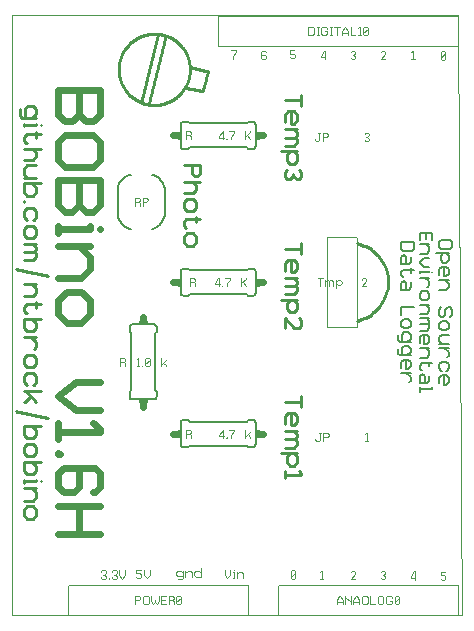
<source format=gto>
G75*
G71*
%OFA0B0*%
%FSLAX23Y23*%
%IPPOS*%
%LPD*%
%ADD10C,0.1*%
%ADD11C,0.111*%
%ADD12C,0.05*%
%ADD13C,0.203*%
%ADD14C,0.61*%
%ADD15C,0.152*%
%ADD16C,0*%
%ADD17C,0.588*%
%ADD18C,0.176*%
%ADD19C,0.235*%
%ADD20C,0.25*%
%ADD21C,0.118*%
%LPD*%D10*
X0Y0D02*
X0Y100D01*
X0Y200D01*
X0Y300D01*
X0Y400D01*
X0Y500D01*
X0Y600D01*
X0Y700D01*
X0Y800D01*
X0Y900D01*
X0Y1000D01*
X0Y1100D01*
X0Y1200D01*
X0Y1300D01*
X0Y1400D01*
X0Y1500D01*
X0Y1600D01*
X0Y1700D01*
X0Y1800D01*
X0Y1900D01*
X0Y2000D01*
X0Y2100D01*
X0Y2200D01*
X0Y2300D01*
X0Y2400D01*
X0Y2500D01*
X0Y2600D01*
X0Y2700D01*
X0Y2800D01*
X0Y2900D01*
X0Y3000D01*
X0Y3100D01*
X0Y3200D01*
X0Y3300D01*
X0Y3400D01*
X0Y3500D01*
X0Y3600D01*
X0Y3700D01*
X0Y3800D01*
X0Y3900D01*
X0Y4000D01*
X0Y4100D01*
X0Y4200D01*
X0Y4300D01*
X0Y4400D01*
X0Y4500D01*
X0Y4600D01*
X0Y4700D01*
X0Y4800D01*
X0Y4900D01*
X0Y5000D01*
X0Y5100D01*
X0Y5200D01*
X0Y5300D01*
X0Y5400D01*
X0Y5500D01*
X0Y5600D01*
X0Y5700D01*
X0Y5800D01*
X0Y5900D01*
X0Y6000D01*
X0Y6100D01*
X0Y6200D01*
X0Y6300D01*
X0Y6400D01*
X0Y6500D01*
X0Y6600D01*
X0Y6700D01*
X0Y6800D01*
X0Y6900D01*
X0Y7000D01*
X0Y7100D01*
X0Y7200D01*
X0Y7300D01*
X0Y7400D01*
X0Y7500D01*
X0Y7600D01*
X0Y7700D01*
X0Y7800D01*
X0Y7900D01*
X0Y8000D01*
X0Y8100D01*
X0Y8200D01*
X0Y8300D01*
X0Y8400D01*
X0Y8500D01*
X0Y8600D01*
X0Y8700D01*
X0Y8800D01*
X0Y8900D01*
X0Y9000D01*
X0Y9100D01*
X0Y9200D01*
X0Y9300D01*
X0Y9400D01*
X0Y9500D01*
X0Y9600D01*
X0Y9700D01*
X0Y9800D01*
X0Y9900D01*
X0Y10000D01*
X0Y10100D01*
X0Y10200D01*
X0Y10300D01*
X0Y10400D01*
X0Y10500D01*
X0Y10600D01*
X0Y10700D01*
X0Y10800D01*
X0Y10900D01*
X0Y11000D01*
X0Y11100D01*
X0Y11200D01*
X0Y11300D01*
X0Y11400D01*
X0Y11500D01*
X0Y11600D01*
X0Y11700D01*
X0Y11800D01*
X0Y11900D01*
X0Y12000D01*
X0Y12100D01*
X0Y12200D01*
X0Y12300D01*
X0Y12400D01*
X0Y12500D01*
X0Y12600D01*
X0Y12700D01*
X0Y12800D01*
X0Y12900D01*
X0Y13000D01*
X0Y13100D01*
X0Y13200D01*
X0Y13300D01*
X0Y13400D01*
X0Y13500D01*
X0Y13600D01*
X0Y13700D01*
X0Y13800D01*
X0Y13900D01*
X0Y14000D01*
X0Y14100D01*
X0Y14200D01*
X0Y14300D01*
X0Y14400D01*
X0Y14500D01*
X0Y14600D01*
X0Y14700D01*
X0Y14800D01*
X0Y14900D01*
X0Y15000D01*
X0Y15100D01*
X0Y15200D01*
X0Y15300D01*
X0Y15400D01*
X0Y15500D01*
X0Y15600D01*
X0Y15700D01*
X0Y15800D01*
X0Y15900D01*
X0Y16000D01*
X0Y16100D01*
X0Y16200D01*
X0Y16300D01*
X0Y16400D01*
X0Y16500D01*
X0Y16600D01*
X0Y16700D01*
X0Y16800D01*
X0Y16900D01*
X0Y17000D01*
X0Y17100D01*
X0Y17200D01*
X0Y17300D01*
X0Y17400D01*
X0Y17500D01*
X0Y17600D01*
X0Y17700D01*
X0Y17800D01*
X0Y17900D01*
X0Y18000D01*
X0Y18100D01*
X0Y18200D01*
X0Y18300D01*
X0Y18400D01*
X0Y18500D01*
X0Y18600D01*
X0Y18700D01*
X0Y18800D01*
X0Y18900D01*
X0Y19000D01*
X0Y19100D01*
X0Y19200D01*
X0Y19300D01*
X0Y19400D01*
X0Y19500D01*
X0Y19600D01*
X0Y19700D01*
X0Y19800D01*
X0Y19900D01*
X0Y20000D01*
X0Y20100D01*
X0Y20200D01*
X0Y20300D01*
X0Y20400D01*
X0Y20500D01*
X0Y20600D01*
X0Y20700D01*
X0Y20800D01*
X0Y20900D01*
X0Y21000D01*
X0Y21100D01*
X0Y21200D01*
X0Y21300D01*
X0Y21400D01*
X0Y21500D01*
X0Y21600D01*
X0Y21700D01*
X0Y21800D01*
X0Y21900D01*
X0Y22000D01*
X0Y22100D01*
X0Y22200D01*
X0Y22300D01*
X0Y22400D01*
X0Y22500D01*
X0Y22600D01*
X0Y22700D01*
X0Y22800D01*
X0Y22900D01*
X0Y23000D01*
X0Y23100D01*
X0Y23200D01*
X0Y23300D01*
X0Y23400D01*
X0Y23500D01*
X0Y23600D01*
X0Y23700D01*
X0Y23800D01*
X0Y23900D01*
X0Y24000D01*
X0Y24100D01*
X0Y24200D01*
X0Y24300D01*
X0Y24400D01*
X0Y24500D01*
X0Y24600D01*
X0Y24700D01*
X0Y24800D01*
X0Y24900D01*
X0Y25000D01*
X0Y25100D01*
X0Y25200D01*
X0Y25300D01*
X0Y25400D01*
X0Y25500D01*
X0Y25600D01*
X0Y25700D01*
X0Y25800D01*
X0Y25900D01*
X0Y26000D01*
X0Y26100D01*
X0Y26200D01*
X0Y26300D01*
X0Y26400D01*
X0Y26500D01*
X0Y26600D01*
X0Y26700D01*
X0Y26800D01*
X0Y26900D01*
X0Y27000D01*
X0Y27100D01*
X0Y27200D01*
X0Y27300D01*
X0Y27400D01*
X0Y27500D01*
X0Y27600D01*
X0Y27700D01*
X0Y27800D01*
X0Y27900D01*
X0Y28000D01*
X0Y28100D01*
X0Y28200D01*
X0Y28300D01*
X0Y28400D01*
X0Y28500D01*
X0Y28600D01*
X0Y28700D01*
X0Y28800D01*
X0Y28900D01*
X0Y29000D01*
X0Y29100D01*
X0Y29200D01*
X0Y29300D01*
X0Y29400D01*
X0Y29500D01*
X0Y29600D01*
X0Y29700D01*
X0Y29800D01*
X0Y29900D01*
X0Y30000D01*
X0Y30100D01*
X0Y30200D01*
X0Y30300D01*
X0Y30400D01*
X0Y30500D01*
X0Y30600D01*
X0Y30700D01*
X0Y30800D01*
X0Y30900D01*
X0Y31000D01*
X0Y31100D01*
X0Y31200D01*
X0Y31300D01*
X0Y31400D01*
X0Y31500D01*
X0Y31600D01*
X0Y31700D01*
X0Y31800D01*
X0Y31900D01*
X0Y32000D01*
X0Y32100D01*
X0Y32200D01*
X0Y32300D01*
X0Y32400D01*
X0Y32500D01*
X0Y32600D01*
X0Y32700D01*
X0Y32800D01*
X0Y32900D01*
X0Y33000D01*
X0Y33100D01*
X0Y33200D01*
X0Y33300D01*
X0Y33400D01*
X0Y33500D01*
X0Y33600D01*
X0Y33700D01*
X0Y33800D01*
X0Y33900D01*
X0Y34000D01*
X0Y34100D01*
X0Y34200D01*
X0Y34300D01*
X0Y34400D01*
X0Y34500D01*
X0Y34600D01*
X0Y34700D01*
X0Y34800D01*
X0Y34900D01*
X0Y35000D01*
X0Y35100D01*
X0Y35200D01*
X0Y35300D01*
X0Y35400D01*
X0Y35500D01*
X0Y35600D01*
X0Y35700D01*
X0Y35800D01*
X0Y35900D01*
X0Y36000D01*
X0Y36100D01*
X0Y36200D01*
X0Y36300D01*
X0Y36400D01*
X0Y36500D01*
X0Y36600D01*
X0Y36700D01*
X0Y36800D01*
X0Y36900D01*
X0Y37000D01*
X0Y37100D01*
X0Y37200D01*
X0Y37300D01*
X0Y37400D01*
X0Y37500D01*
X0Y37600D01*
X0Y37700D01*
X0Y37800D01*
X0Y37900D01*
X0Y38000D01*
X0Y38100D01*
X0Y38200D01*
X0Y38300D01*
X0Y38400D01*
X0Y38500D01*
X0Y38600D01*
X0Y38700D01*
X0Y38800D01*
X0Y38900D01*
X0Y39000D01*
X0Y39100D01*
X0Y39200D01*
X0Y39300D01*
X0Y39400D01*
X0Y39500D01*
X0Y39600D01*
X0Y39700D01*
X0Y39800D01*
X0Y39900D01*
X0Y40000D01*
X0Y40100D01*
X0Y40200D01*
X0Y40300D01*
X0Y40400D01*
X0Y40500D01*
X0Y40600D01*
X0Y40700D01*
X0Y40800D01*
X0Y40900D01*
X0Y41000D01*
X0Y41100D01*
X0Y41200D01*
X0Y41300D01*
X0Y41400D01*
X0Y41500D01*
X0Y41600D01*
X0Y41700D01*
X0Y41800D01*
X0Y41900D01*
X0Y42000D01*
X0Y42100D01*
X0Y42200D01*
X0Y42300D01*
X0Y42400D01*
X0Y42500D01*
X0Y42600D01*
X0Y42700D01*
X0Y42800D01*
X0Y42900D01*
X0Y43000D01*
X0Y43100D01*
X0Y43200D01*
X0Y43300D01*
X0Y43400D01*
X0Y43500D01*
X0Y43600D01*
X0Y43700D01*
X0Y43800D01*
X0Y43900D01*
X0Y44000D01*
X0Y44100D01*
X0Y44200D01*
X0Y44300D01*
X0Y44400D01*
X0Y44500D01*
X0Y44600D01*
X0Y44700D01*
X0Y44800D01*
X0Y44900D01*
X0Y45000D01*
X0Y45100D01*
X0Y45200D01*
X0Y45300D01*
X0Y45400D01*
X0Y45500D01*
X0Y45600D01*
X0Y45700D01*
X0Y45800D01*
X0Y45900D01*
X0Y46000D01*
X0Y46100D01*
X0Y46200D01*
X0Y46300D01*
X0Y46400D01*
X0Y46500D01*
X0Y46600D01*
X0Y46700D01*
X0Y46800D01*
X0Y46900D01*
X0Y47000D01*
X0Y47100D01*
X0Y47200D01*
X0Y47300D01*
X0Y47400D01*
X0Y47500D01*
X0Y47600D01*
X0Y47700D01*
X0Y47800D01*
X0Y47900D01*
X0Y48000D01*
X0Y48100D01*
X0Y48200D01*
X0Y48300D01*
X0Y48400D01*
X0Y48500D01*
X0Y48600D01*
X0Y48700D01*
X0Y48800D01*
X0Y48900D01*
X0Y49000D01*
X0Y49100D01*
X0Y49200D01*
X0Y49300D01*
X0Y49400D01*
X0Y49500D01*
X0Y49600D01*
X0Y49700D01*
X0Y49800D01*
X0Y49900D01*
X0Y50000D01*
X0Y50100D01*
X0Y50200D01*
X0Y50300D01*
X0Y50400D01*
X0Y50500D01*
X0Y50600D01*
X0Y50700D01*
X0Y50800D01*
X100Y50800D01*
X200Y50800D01*
X300Y50800D01*
X400Y50800D01*
X500Y50800D01*
X600Y50800D01*
X699Y50800D01*
X799Y50800D01*
X899Y50800D01*
X999Y50800D01*
X1099Y50800D01*
X1199Y50800D01*
X1299Y50800D01*
X1399Y50800D01*
X1499Y50800D01*
X1599Y50800D01*
X1699Y50800D01*
X1799Y50800D01*
X1899Y50800D01*
X1999Y50800D01*
X2098Y50800D01*
X2198Y50800D01*
X2298Y50800D01*
X2398Y50800D01*
X2498Y50800D01*
X2598Y50800D01*
X2698Y50800D01*
X2798Y50800D01*
X2898Y50800D01*
X2998Y50800D01*
X3098Y50800D01*
X3198Y50800D01*
X3298Y50800D01*
X3397Y50800D01*
X3497Y50800D01*
X3597Y50800D01*
X3697Y50800D01*
X3797Y50800D01*
X3897Y50800D01*
X3997Y50800D01*
X4097Y50800D01*
X4197Y50800D01*
X4297Y50800D01*
X4397Y50800D01*
X4497Y50800D01*
X4597Y50800D01*
X4696Y50800D01*
X4796Y50800D01*
X4896Y50800D01*
X4996Y50800D01*
X5096Y50800D01*
X5196Y50800D01*
X5296Y50800D01*
X5396Y50800D01*
X5496Y50800D01*
X5596Y50800D01*
X5696Y50800D01*
X5796Y50800D01*
X5896Y50800D01*
X5995Y50800D01*
X6095Y50800D01*
X6195Y50800D01*
X6295Y50800D01*
X6395Y50800D01*
X6495Y50800D01*
X6595Y50800D01*
X6695Y50800D01*
X6795Y50800D01*
X6895Y50800D01*
X6995Y50800D01*
X7095Y50800D01*
X7195Y50800D01*
X7295Y50800D01*
X7394Y50800D01*
X7494Y50800D01*
X7594Y50800D01*
X7694Y50800D01*
X7794Y50800D01*
X7894Y50800D01*
X7994Y50800D01*
X8094Y50800D01*
X8194Y50800D01*
X8294Y50800D01*
X8394Y50800D01*
X8494Y50800D01*
X8594Y50800D01*
X8693Y50800D01*
X8793Y50800D01*
X8893Y50800D01*
X8993Y50800D01*
X9093Y50800D01*
X9193Y50800D01*
X9293Y50800D01*
X9393Y50800D01*
X9493Y50800D01*
X9593Y50800D01*
X9693Y50800D01*
X9793Y50800D01*
X9893Y50800D01*
X9992Y50800D01*
X10092Y50800D01*
X10192Y50800D01*
X10292Y50800D01*
X10392Y50800D01*
X10492Y50800D01*
X10592Y50800D01*
X10692Y50800D01*
X10792Y50800D01*
X10892Y50800D01*
X10992Y50800D01*
X11092Y50800D01*
X11192Y50800D01*
X11292Y50800D01*
X11391Y50800D01*
X11491Y50800D01*
X11591Y50800D01*
X11691Y50800D01*
X11791Y50800D01*
X11891Y50800D01*
X11991Y50800D01*
X12091Y50800D01*
X12191Y50800D01*
X12291Y50800D01*
X12391Y50800D01*
X12491Y50800D01*
X12591Y50800D01*
X12690Y50800D01*
X12790Y50800D01*
X12890Y50800D01*
X12990Y50800D01*
X13090Y50800D01*
X13190Y50800D01*
X13290Y50800D01*
X13390Y50800D01*
X13490Y50800D01*
X13590Y50800D01*
X13690Y50800D01*
X13790Y50800D01*
X13890Y50800D01*
X13989Y50800D01*
X14089Y50800D01*
X14189Y50800D01*
X14289Y50800D01*
X14389Y50800D01*
X14489Y50800D01*
X14589Y50800D01*
X14689Y50800D01*
X14789Y50800D01*
X14889Y50800D01*
X14989Y50800D01*
X15089Y50800D01*
X15189Y50800D01*
X15289Y50800D01*
X15388Y50800D01*
X15488Y50800D01*
X15588Y50800D01*
X15688Y50800D01*
X15788Y50800D01*
X15888Y50800D01*
X15988Y50800D01*
X16088Y50800D01*
X16188Y50800D01*
X16288Y50800D01*
X16388Y50800D01*
X16488Y50800D01*
X16588Y50800D01*
X16687Y50800D01*
X16787Y50800D01*
X16887Y50800D01*
X16987Y50800D01*
X17087Y50800D01*
X17187Y50800D01*
X17287Y50800D01*
X17387Y50800D01*
X17487Y50800D01*
X17587Y50800D01*
X17687Y50800D01*
X17787Y50800D01*
X17887Y50800D01*
X17987Y50800D01*
X18086Y50800D01*
X18186Y50800D01*
X18286Y50800D01*
X18386Y50800D01*
X18486Y50800D01*
X18586Y50800D01*
X18686Y50800D01*
X18786Y50800D01*
X18886Y50800D01*
X18986Y50800D01*
X19086Y50800D01*
X19186Y50800D01*
X19286Y50800D01*
X19385Y50800D01*
X19485Y50800D01*
X19585Y50800D01*
X19685Y50800D01*
X19785Y50800D01*
X19885Y50800D01*
X19985Y50800D01*
X20085Y50800D01*
X20185Y50800D01*
X20285Y50800D01*
X20385Y50800D01*
X20485Y50800D01*
X20585Y50800D01*
X20684Y50800D01*
X20784Y50800D01*
X20884Y50800D01*
X20984Y50800D01*
X21084Y50800D01*
X21184Y50800D01*
X21284Y50800D01*
X21384Y50800D01*
X21484Y50800D01*
X21584Y50800D01*
X21684Y50800D01*
X21784Y50800D01*
X21884Y50800D01*
X21984Y50800D01*
X22083Y50800D01*
X22183Y50800D01*
X22283Y50800D01*
X22383Y50800D01*
X22483Y50800D01*
X22583Y50800D01*
X22683Y50800D01*
X22783Y50800D01*
X22883Y50800D01*
X22983Y50800D01*
X23083Y50800D01*
X23183Y50800D01*
X23283Y50800D01*
X23382Y50800D01*
X23482Y50800D01*
X23582Y50800D01*
X23682Y50800D01*
X23782Y50800D01*
X23882Y50800D01*
X23982Y50800D01*
X24082Y50800D01*
X24182Y50800D01*
X24282Y50800D01*
X24382Y50800D01*
X24482Y50800D01*
X24582Y50800D01*
X24682Y50800D01*
X24781Y50800D01*
X24881Y50800D01*
X24981Y50800D01*
X25081Y50800D01*
X25181Y50800D01*
X25281Y50800D01*
X25381Y50800D01*
X25481Y50800D01*
X25581Y50800D01*
X25681Y50800D01*
X25781Y50800D01*
X25881Y50800D01*
X25981Y50800D01*
X26080Y50800D01*
X26180Y50800D01*
X26280Y50800D01*
X26380Y50800D01*
X26480Y50800D01*
X26580Y50800D01*
X26680Y50800D01*
X26780Y50800D01*
X26880Y50800D01*
X26980Y50800D01*
X27080Y50800D01*
X27180Y50800D01*
X27280Y50800D01*
X27379Y50800D01*
X27479Y50800D01*
X27579Y50800D01*
X27679Y50800D01*
X27779Y50800D01*
X27879Y50800D01*
X27979Y50800D01*
X28079Y50800D01*
X28179Y50800D01*
X28279Y50800D01*
X28379Y50800D01*
X28479Y50800D01*
X28579Y50800D01*
X28679Y50800D01*
X28778Y50800D01*
X28878Y50800D01*
X28978Y50800D01*
X29078Y50800D01*
X29178Y50800D01*
X29278Y50800D01*
X29378Y50800D01*
X29478Y50800D01*
X29578Y50800D01*
X29678Y50800D01*
X29778Y50800D01*
X29878Y50800D01*
X29978Y50800D01*
X30077Y50800D01*
X30177Y50800D01*
X30277Y50800D01*
X30377Y50800D01*
X30477Y50800D01*
X30577Y50800D01*
X30677Y50800D01*
X30777Y50800D01*
X30877Y50800D01*
X30977Y50800D01*
X31077Y50800D01*
X31177Y50800D01*
X31277Y50800D01*
X31377Y50800D01*
X31476Y50800D01*
X31576Y50800D01*
X31676Y50800D01*
X31776Y50800D01*
X31876Y50800D01*
X31976Y50800D01*
X32076Y50800D01*
X32176Y50800D01*
X32276Y50800D01*
X32376Y50800D01*
X32476Y50800D01*
X32576Y50800D01*
X32676Y50800D01*
X32775Y50800D01*
X32875Y50800D01*
X32975Y50800D01*
X33075Y50800D01*
X33175Y50800D01*
X33275Y50800D01*
X33375Y50800D01*
X33475Y50800D01*
X33575Y50800D01*
X33675Y50800D01*
X33775Y50800D01*
X33875Y50800D01*
X33975Y50800D01*
X34075Y50800D01*
X34174Y50800D01*
X34274Y50800D01*
X34374Y50800D01*
X34474Y50800D01*
X34574Y50800D01*
X34674Y50800D01*
X34774Y50800D01*
X34874Y50800D01*
X34974Y50800D01*
X35074Y50800D01*
X35174Y50800D01*
X35274Y50800D01*
X35374Y50800D01*
X35473Y50800D01*
X35573Y50800D01*
X35673Y50800D01*
X35773Y50800D01*
X35873Y50800D01*
X35973Y50800D01*
X36073Y50800D01*
X36173Y50800D01*
X36273Y50800D01*
X36373Y50800D01*
X36473Y50800D01*
X36573Y50800D01*
X36673Y50800D01*
X36773Y50800D01*
X36872Y50800D01*
X36972Y50800D01*
X37072Y50800D01*
X37172Y50800D01*
X37272Y50800D01*
X37372Y50800D01*
X37472Y50800D01*
X37572Y50800D01*
X37672Y50800D01*
X37772Y50800D01*
X37772Y50700D01*
X37773Y50600D01*
X37774Y50501D01*
X37774Y50401D01*
X37775Y50301D01*
X37776Y50201D01*
X37776Y50101D01*
X37777Y50002D01*
X37778Y49902D01*
X37778Y49802D01*
X37779Y49702D01*
X37780Y49602D01*
X37780Y49503D01*
X37781Y49403D01*
X37782Y49303D01*
X37782Y49203D01*
X37783Y49103D01*
X37783Y49004D01*
X37784Y48904D01*
X37785Y48804D01*
X37785Y48704D01*
X37786Y48604D01*
X37787Y48505D01*
X37787Y48405D01*
X37788Y48305D01*
X37789Y48205D01*
X37789Y48105D01*
X37790Y48006D01*
X37791Y47906D01*
X37791Y47806D01*
X37792Y47706D01*
X37792Y47606D01*
X37793Y47507D01*
X37794Y47407D01*
X37794Y47307D01*
X37795Y47207D01*
X37796Y47107D01*
X37796Y47007D01*
X37797Y46908D01*
X37798Y46808D01*
X37798Y46708D01*
X37799Y46608D01*
X37800Y46508D01*
X37800Y46409D01*
X37801Y46309D01*
X37801Y46209D01*
X37802Y46109D01*
X37803Y46009D01*
X37803Y45910D01*
X37804Y45810D01*
X37805Y45710D01*
X37805Y45610D01*
X37806Y45510D01*
X37807Y45411D01*
X37807Y45311D01*
X37808Y45211D01*
X37809Y45111D01*
X37809Y45011D01*
X37810Y44912D01*
X37811Y44812D01*
X37811Y44712D01*
X37812Y44612D01*
X37812Y44512D01*
X37813Y44413D01*
X37814Y44313D01*
X37814Y44213D01*
X37815Y44113D01*
X37816Y44013D01*
X37816Y43914D01*
X37817Y43814D01*
X37818Y43714D01*
X37818Y43614D01*
X37819Y43514D01*
X37820Y43415D01*
X37820Y43315D01*
X37821Y43215D01*
X37821Y43115D01*
X37822Y43015D01*
X37823Y42916D01*
X37823Y42816D01*
X37824Y42716D01*
X37825Y42616D01*
X37825Y42516D01*
X37826Y42417D01*
X37827Y42317D01*
X37827Y42217D01*
X37828Y42117D01*
X37829Y42017D01*
X37829Y41918D01*
X37830Y41818D01*
X37831Y41718D01*
X37831Y41618D01*
X37832Y41518D01*
X37832Y41419D01*
X37833Y41319D01*
X37834Y41219D01*
X37834Y41119D01*
X37835Y41019D01*
X37836Y40920D01*
X37836Y40820D01*
X37837Y40720D01*
X37838Y40620D01*
X37838Y40520D01*
X37839Y40420D01*
X37840Y40321D01*
X37840Y40221D01*
X37841Y40121D01*
X37841Y40021D01*
X37842Y39921D01*
X37843Y39822D01*
X37843Y39722D01*
X37844Y39622D01*
X37845Y39522D01*
X37845Y39422D01*
X37846Y39323D01*
X37847Y39223D01*
X37847Y39123D01*
X37848Y39023D01*
X37849Y38923D01*
X37849Y38824D01*
X37850Y38724D01*
X37850Y38624D01*
X37851Y38524D01*
X37852Y38424D01*
X37852Y38325D01*
X37853Y38225D01*
X37854Y38125D01*
X37854Y38025D01*
X37855Y37925D01*
X37856Y37826D01*
X37856Y37726D01*
X37857Y37626D01*
X37858Y37526D01*
X37858Y37426D01*
X37859Y37327D01*
X37860Y37227D01*
X37860Y37127D01*
X37861Y37027D01*
X37861Y36927D01*
X37862Y36828D01*
X37863Y36728D01*
X37863Y36628D01*
X37864Y36528D01*
X37865Y36428D01*
X37865Y36329D01*
X37866Y36229D01*
X37867Y36129D01*
X37867Y36029D01*
X37868Y35929D01*
X37869Y35830D01*
X37869Y35730D01*
X37870Y35630D01*
X37870Y35530D01*
X37871Y35430D01*
X37872Y35331D01*
X37872Y35231D01*
X37873Y35131D01*
X37874Y35031D01*
X37874Y34931D01*
X37875Y34832D01*
X37876Y34732D01*
X37876Y34632D01*
X37877Y34532D01*
X37878Y34432D01*
X37878Y34332D01*
X37879Y34233D01*
X37880Y34133D01*
X37880Y34033D01*
X37881Y33933D01*
X37881Y33833D01*
X37882Y33734D01*
X37883Y33634D01*
X37883Y33534D01*
X37884Y33434D01*
X37885Y33334D01*
X37885Y33235D01*
X37886Y33135D01*
X37887Y33035D01*
X37887Y32935D01*
X37888Y32835D01*
X37889Y32736D01*
X37889Y32636D01*
X37890Y32536D01*
X37890Y32436D01*
X37891Y32336D01*
X37892Y32237D01*
X37892Y32137D01*
X37893Y32037D01*
X37894Y31937D01*
X37894Y31837D01*
X37895Y31738D01*
X37896Y31638D01*
X37896Y31538D01*
X37897Y31438D01*
X37898Y31338D01*
X37898Y31239D01*
X37899Y31139D01*
X37899Y31039D01*
X37900Y30939D01*
X37901Y30839D01*
X37901Y30740D01*
X37902Y30640D01*
X37903Y30540D01*
X37903Y30440D01*
X37904Y30340D01*
X37905Y30241D01*
X37905Y30141D01*
X37906Y30041D01*
X37907Y29941D01*
X37907Y29841D01*
X37908Y29742D01*
X37909Y29642D01*
X37909Y29542D01*
X37910Y29442D01*
X37910Y29342D01*
X37911Y29243D01*
X37912Y29143D01*
X37912Y29043D01*
X37913Y28943D01*
X37914Y28843D01*
X37914Y28744D01*
X37915Y28644D01*
X37916Y28544D01*
X37916Y28444D01*
X37917Y28344D01*
X37918Y28245D01*
X37918Y28145D01*
X37919Y28045D01*
X37919Y27945D01*
X37920Y27845D01*
X37921Y27745D01*
X37921Y27646D01*
X37922Y27546D01*
X37923Y27446D01*
X37923Y27346D01*
X37924Y27246D01*
X37925Y27147D01*
X37925Y27047D01*
X37926Y26947D01*
X37927Y26847D01*
X37927Y26747D01*
X37928Y26648D01*
X37929Y26548D01*
X37929Y26448D01*
X37930Y26348D01*
X37930Y26248D01*
X37931Y26149D01*
X37932Y26049D01*
X37932Y25949D01*
X37933Y25849D01*
X37934Y25749D01*
X37934Y25650D01*
X37935Y25550D01*
X37936Y25450D01*
X37936Y25350D01*
X37937Y25250D01*
X37938Y25151D01*
X37938Y25051D01*
X37939Y24951D01*
X37939Y24851D01*
X37940Y24751D01*
X37941Y24652D01*
X37941Y24552D01*
X37942Y24452D01*
X37943Y24352D01*
X37943Y24252D01*
X37944Y24153D01*
X37945Y24053D01*
X37945Y23953D01*
X37946Y23853D01*
X37947Y23753D01*
X37947Y23654D01*
X37948Y23554D01*
X37948Y23454D01*
X37949Y23354D01*
X37950Y23254D01*
X37950Y23155D01*
X37951Y23055D01*
X37952Y22955D01*
X37952Y22855D01*
X37953Y22755D01*
X37954Y22656D01*
X37954Y22556D01*
X37955Y22456D01*
X37956Y22356D01*
X37956Y22256D01*
X37957Y22157D01*
X37958Y22057D01*
X37958Y21957D01*
X37959Y21857D01*
X37959Y21757D01*
X37960Y21657D01*
X37961Y21558D01*
X37961Y21458D01*
X37962Y21358D01*
X37963Y21258D01*
X37963Y21158D01*
X37964Y21059D01*
X37965Y20959D01*
X37965Y20859D01*
X37966Y20759D01*
X37967Y20659D01*
X37967Y20560D01*
X37968Y20460D01*
X37968Y20360D01*
X37969Y20260D01*
X37970Y20160D01*
X37970Y20061D01*
X37971Y19961D01*
X37972Y19861D01*
X37972Y19761D01*
X37973Y19661D01*
X37974Y19562D01*
X37974Y19462D01*
X37975Y19362D01*
X37976Y19262D01*
X37976Y19162D01*
X37977Y19063D01*
X37978Y18963D01*
X37978Y18863D01*
X37979Y18763D01*
X37979Y18663D01*
X37980Y18564D01*
X37981Y18464D01*
X37981Y18364D01*
X37982Y18264D01*
X37983Y18164D01*
X37983Y18065D01*
X37984Y17965D01*
X37985Y17865D01*
X37985Y17765D01*
X37986Y17665D01*
X37987Y17566D01*
X37987Y17466D01*
X37988Y17366D01*
X37988Y17266D01*
X37989Y17166D01*
X37990Y17067D01*
X37990Y16967D01*
X37991Y16867D01*
X37992Y16767D01*
X37992Y16667D01*
X37993Y16568D01*
X37994Y16468D01*
X37994Y16368D01*
X37995Y16268D01*
X37996Y16168D01*
X37996Y16068D01*
X37997Y15969D01*
X37997Y15869D01*
X37998Y15769D01*
X37999Y15669D01*
X37999Y15569D01*
X38000Y15470D01*
X38001Y15370D01*
X38001Y15270D01*
X38002Y15170D01*
X38003Y15070D01*
X38003Y14971D01*
X38004Y14871D01*
X38005Y14771D01*
X38005Y14671D01*
X38006Y14571D01*
X38007Y14472D01*
X38007Y14372D01*
X38008Y14272D01*
X38008Y14172D01*
X38009Y14072D01*
X38010Y13973D01*
X38010Y13873D01*
X38011Y13773D01*
X38012Y13673D01*
X38012Y13573D01*
X38013Y13474D01*
X38014Y13374D01*
X38014Y13274D01*
X38015Y13174D01*
X38016Y13074D01*
X38016Y12975D01*
X38017Y12875D01*
X38017Y12775D01*
X38018Y12675D01*
X38019Y12575D01*
X38019Y12476D01*
X38020Y12376D01*
X38021Y12276D01*
X38021Y12176D01*
X38022Y12076D01*
X38023Y11977D01*
X38023Y11877D01*
X38024Y11777D01*
X38025Y11677D01*
X38025Y11577D01*
X38026Y11478D01*
X38027Y11378D01*
X38027Y11278D01*
X38028Y11178D01*
X38028Y11078D01*
X38029Y10979D01*
X38030Y10879D01*
X38030Y10779D01*
X38031Y10679D01*
X38032Y10579D01*
X38032Y10479D01*
X38033Y10380D01*
X38034Y10280D01*
X38034Y10180D01*
X38035Y10080D01*
X38036Y9980D01*
X38036Y9881D01*
X38037Y9781D01*
X38037Y9681D01*
X38038Y9581D01*
X38039Y9481D01*
X38039Y9382D01*
X38040Y9282D01*
X38041Y9182D01*
X38041Y9082D01*
X38042Y8982D01*
X38043Y8883D01*
X38043Y8783D01*
X38044Y8683D01*
X38045Y8583D01*
X38045Y8483D01*
X38046Y8384D01*
X38046Y8284D01*
X38047Y8184D01*
X38048Y8084D01*
X38048Y7984D01*
X38049Y7885D01*
X38050Y7785D01*
X38050Y7685D01*
X38051Y7585D01*
X38052Y7485D01*
X38052Y7386D01*
X38053Y7286D01*
X38054Y7186D01*
X38054Y7086D01*
X38055Y6986D01*
X38056Y6887D01*
X38056Y6787D01*
X38057Y6687D01*
X38057Y6587D01*
X38058Y6487D01*
X38059Y6388D01*
X38059Y6288D01*
X38060Y6188D01*
X38061Y6088D01*
X38061Y5988D01*
X38062Y5889D01*
X38063Y5789D01*
X38063Y5689D01*
X38064Y5589D01*
X38065Y5489D01*
X38065Y5389D01*
X38066Y5290D01*
X38066Y5190D01*
X38067Y5090D01*
X38068Y4990D01*
X38068Y4890D01*
X38069Y4791D01*
X38070Y4691D01*
X38070Y4591D01*
X38071Y4491D01*
X38072Y4391D01*
X38072Y4292D01*
X38073Y4192D01*
X38074Y4092D01*
X38074Y3992D01*
X38075Y3892D01*
X38076Y3793D01*
X38076Y3693D01*
X38077Y3593D01*
X38077Y3493D01*
X38078Y3393D01*
X38079Y3294D01*
X38079Y3194D01*
X38080Y3094D01*
X38081Y2994D01*
X38081Y2894D01*
X38082Y2795D01*
X38083Y2695D01*
X38083Y2595D01*
X38084Y2495D01*
X38085Y2395D01*
X38085Y2296D01*
X38086Y2196D01*
X38086Y2096D01*
X38087Y1996D01*
X38088Y1896D01*
X38088Y1797D01*
X38089Y1697D01*
X38090Y1597D01*
X38090Y1497D01*
X38091Y1397D01*
X38092Y1298D01*
X38092Y1198D01*
X38093Y1098D01*
X38094Y998D01*
X38094Y898D01*
X38095Y798D01*
X38095Y699D01*
X38096Y599D01*
X38097Y499D01*
X38097Y399D01*
X38098Y299D01*
X38099Y200D01*
X38099Y100D01*
X38100Y0D01*
X38000Y0D01*
X37900Y0D01*
X37800Y0D01*
X37700Y0D01*
X37600Y0D01*
X37500Y0D01*
X37400Y0D01*
X37300Y0D01*
X37200Y0D01*
X37100Y0D01*
X37000Y0D01*
X36900Y0D01*
X36800Y0D01*
X36700Y0D01*
X36600Y0D01*
X36500Y0D01*
X36400Y0D01*
X36300Y0D01*
X36200Y0D01*
X36100Y0D01*
X36000Y0D01*
X35900Y0D01*
X35800Y0D01*
X35700Y0D01*
X35600Y0D01*
X35500Y0D01*
X35400Y0D01*
X35300Y0D01*
X35200Y0D01*
X35100Y0D01*
X35000Y0D01*
X34900Y0D01*
X34800Y0D01*
X34700Y0D01*
X34600Y0D01*
X34500Y0D01*
X34400Y0D01*
X34300Y0D01*
X34200Y0D01*
X34100Y0D01*
X34000Y0D01*
X33900Y0D01*
X33800Y0D01*
X33700Y0D01*
X33600Y0D01*
X33500Y0D01*
X33400Y0D01*
X33300Y0D01*
X33200Y0D01*
X33100Y0D01*
X33000Y0D01*
X32900Y0D01*
X32800Y0D01*
X32700Y0D01*
X32600Y0D01*
X32500Y0D01*
X32400Y0D01*
X32300Y0D01*
X32200Y0D01*
X32100Y0D01*
X32000Y0D01*
X31900Y0D01*
X31800Y0D01*
X31700Y0D01*
X31600Y0D01*
X31500Y0D01*
X31400Y0D01*
X31300Y0D01*
X31200Y0D01*
X31100Y0D01*
X31000Y0D01*
X30900Y0D01*
X30800Y0D01*
X30700Y0D01*
X30600Y0D01*
X30500Y0D01*
X30400Y0D01*
X30300Y0D01*
X30200Y0D01*
X30100Y0D01*
X30000Y0D01*
X29900Y0D01*
X29800Y0D01*
X29700Y0D01*
X29600Y0D01*
X29500Y0D01*
X29400Y0D01*
X29300Y0D01*
X29200Y0D01*
X29100Y0D01*
X29000Y0D01*
X28900Y0D01*
X28800Y0D01*
X28700Y0D01*
X28600Y0D01*
X28500Y0D01*
X28400Y0D01*
X28300Y0D01*
X28200Y0D01*
X28100Y0D01*
X28000Y0D01*
X27900Y0D01*
X27800Y0D01*
X27700Y0D01*
X27600Y0D01*
X27500Y0D01*
X27400Y0D01*
X27300Y0D01*
X27200Y0D01*
X27100Y0D01*
X27000Y0D01*
X26900Y0D01*
X26800Y0D01*
X26700Y0D01*
X26600Y0D01*
X26500Y0D01*
X26400Y0D01*
X26300Y0D01*
X26200Y0D01*
X26100Y0D01*
X26000Y0D01*
X25900Y0D01*
X25800Y0D01*
X25700Y0D01*
X25600Y0D01*
X25500Y0D01*
X25400Y0D01*
X25300Y0D01*
X25200Y0D01*
X25100Y0D01*
X25000Y0D01*
X24900Y0D01*
X24800Y0D01*
X24700Y0D01*
X24600Y0D01*
X24500Y0D01*
X24400Y0D01*
X24300Y0D01*
X24200Y0D01*
X24100Y0D01*
X24000Y0D01*
X23900Y0D01*
X23800Y0D01*
X23700Y0D01*
X23600Y0D01*
X23500Y0D01*
X23400Y0D01*
X23300Y0D01*
X23200Y0D01*
X23100Y0D01*
X23000Y0D01*
X22900Y0D01*
X22800Y0D01*
X22700Y0D01*
X22600Y0D01*
X22500Y0D01*
X22400Y0D01*
X22300Y0D01*
X22200Y0D01*
X22100Y0D01*
X22000Y0D01*
X21900Y0D01*
X21800Y0D01*
X21700Y0D01*
X21600Y0D01*
X21500Y0D01*
X21400Y0D01*
X21300Y0D01*
X21200Y0D01*
X21100Y0D01*
X21000Y0D01*
X20900Y0D01*
X20800Y0D01*
X20700Y0D01*
X20600Y0D01*
X20500Y0D01*
X20400Y0D01*
X20300Y0D01*
X20200Y0D01*
X20100Y0D01*
X20000Y0D01*
X19900Y0D01*
X19800Y0D01*
X19700Y0D01*
X19600Y0D01*
X19500Y0D01*
X19400Y0D01*
X19300Y0D01*
X19200Y0D01*
X19100Y0D01*
X19000Y0D01*
X18900Y0D01*
X18800Y0D01*
X18700Y0D01*
X18600Y0D01*
X18500Y0D01*
X18400Y0D01*
X18300Y0D01*
X18200Y0D01*
X18100Y0D01*
X18000Y0D01*
X17900Y0D01*
X17800Y0D01*
X17700Y0D01*
X17600Y0D01*
X17500Y0D01*
X17400Y0D01*
X17300Y0D01*
X17200Y0D01*
X17100Y0D01*
X17000Y0D01*
X16900Y0D01*
X16800Y0D01*
X16700Y0D01*
X16600Y0D01*
X16500Y0D01*
X16400Y0D01*
X16300Y0D01*
X16200Y0D01*
X16100Y0D01*
X16000Y0D01*
X15900Y0D01*
X15800Y0D01*
X15700Y0D01*
X15600Y0D01*
X15500Y0D01*
X15400Y0D01*
X15300Y0D01*
X15200Y0D01*
X15100Y0D01*
X15000Y0D01*
X14900Y0D01*
X14800Y0D01*
X14700Y0D01*
X14600Y0D01*
X14500Y0D01*
X14400Y0D01*
X14300Y0D01*
X14200Y0D01*
X14100Y0D01*
X14000Y0D01*
X13900Y0D01*
X13800Y0D01*
X13700Y0D01*
X13600Y0D01*
X13500Y0D01*
X13400Y0D01*
X13300Y0D01*
X13200Y0D01*
X13100Y0D01*
X13000Y0D01*
X12900Y0D01*
X12800Y0D01*
X12700Y0D01*
X12600Y0D01*
X12500Y0D01*
X12400Y0D01*
X12300Y0D01*
X12200Y0D01*
X12100Y0D01*
X12000Y0D01*
X11900Y0D01*
X11800Y0D01*
X11700Y0D01*
X11600Y0D01*
X11500Y0D01*
X11400Y0D01*
X11300Y0D01*
X11200Y0D01*
X11100Y0D01*
X11000Y0D01*
X10900Y0D01*
X10800Y0D01*
X10700Y0D01*
X10600Y0D01*
X10500Y0D01*
X10400Y0D01*
X10300Y0D01*
X10200Y0D01*
X10100Y0D01*
X10000Y0D01*
X9900Y0D01*
X9800Y0D01*
X9700Y0D01*
X9600Y0D01*
X9500Y0D01*
X9400Y0D01*
X9300Y0D01*
X9200Y0D01*
X9100Y0D01*
X9000Y0D01*
X8900Y0D01*
X8800Y0D01*
X8700Y0D01*
X8600Y0D01*
X8500Y0D01*
X8400Y0D01*
X8300Y0D01*
X8200Y0D01*
X8100Y0D01*
X8000Y0D01*
X7900Y0D01*
X7800Y0D01*
X7700Y0D01*
X7600Y0D01*
X7500Y0D01*
X7400Y0D01*
X7300Y0D01*
X7200Y0D01*
X7100Y0D01*
X7000Y0D01*
X6900Y0D01*
X6800Y0D01*
X6700Y0D01*
X6600Y0D01*
X6500Y0D01*
X6400Y0D01*
X6300Y0D01*
X6200Y0D01*
X6100Y0D01*
X6000Y0D01*
X5900Y0D01*
X5800Y0D01*
X5700Y0D01*
X5600Y0D01*
X5500Y0D01*
X5400Y0D01*
X5300Y0D01*
X5200Y0D01*
X5100Y0D01*
X5000Y0D01*
X4900Y0D01*
X4800Y0D01*
X4700Y0D01*
X4600Y0D01*
X4500Y0D01*
X4400Y0D01*
X4300Y0D01*
X4200Y0D01*
X4100Y0D01*
X4000Y0D01*
X3900Y0D01*
X3800Y0D01*
X3700Y0D01*
X3600Y0D01*
X3500Y0D01*
X3400Y0D01*
X3300Y0D01*
X3200Y0D01*
X3100Y0D01*
X3000Y0D01*
X2900Y0D01*
X2800Y0D01*
X2700Y0D01*
X2600Y0D01*
X2500Y0D01*
X2400Y0D01*
X2300Y0D01*
X2200Y0D01*
X2100Y0D01*
X2000Y0D01*
X1900Y0D01*
X1800Y0D01*
X1700Y0D01*
X1600Y0D01*
X1500Y0D01*
X1400Y0D01*
X1300Y0D01*
X1200Y0D01*
X1100Y0D01*
X1000Y0D01*
X900Y0D01*
X800Y0D01*
X700Y0D01*
X600Y0D01*
X500Y0D01*
X400Y0D01*
X300Y0D01*
X200Y0D01*
X100Y0D01*
X0Y0D01*
X0Y0D01*
D11*
X10431Y968D02*
X10431Y1634D01*
X10764Y1634D01*
X10875Y1523D01*
X10875Y1412D01*
X10764Y1301D01*
X10431Y1301D01*
D11*
X11208Y968D02*
X11097Y1079D01*
X11097Y1523D01*
X11208Y1634D01*
X11486Y1634D01*
X11597Y1523D01*
X11597Y1079D01*
X11486Y968D01*
X11208Y968D01*
D11*
X11819Y1634D02*
X11819Y1190D01*
X11986Y968D01*
X12125Y1134D01*
X12264Y968D01*
X12431Y1190D01*
X12431Y1634D01*
D11*
X12125Y1134D02*
X12125Y1301D01*
D11*
X13042Y968D02*
X12653Y968D01*
X12653Y1634D01*
X13042Y1634D01*
D11*
X12986Y1301D02*
X12653Y1301D01*
D11*
X13264Y968D02*
X13264Y1634D01*
X13597Y1634D01*
X13708Y1523D01*
X13708Y1412D01*
X13597Y1301D01*
X13264Y1301D01*
D11*
X13597Y1301D02*
X13708Y1190D01*
X13708Y968D01*
D11*
X14014Y968D02*
X13931Y1051D01*
X13931Y1551D01*
X14014Y1634D01*
X14236Y1634D01*
X14319Y1551D01*
X14319Y1051D01*
X14236Y968D01*
X14014Y968D01*
D11*
X13931Y1134D02*
X14319Y1468D01*
D12*
X4755Y31D02*
X4755Y131D01*
X4755Y231D01*
X4755Y331D01*
X4755Y431D01*
X4755Y530D01*
X4755Y630D01*
X4755Y730D01*
X4755Y830D01*
X4755Y930D01*
X4755Y1030D01*
X4755Y1130D01*
X4755Y1230D01*
X4755Y1330D01*
X4755Y1429D01*
X4755Y1529D01*
X4755Y1629D01*
X4755Y1729D01*
X4755Y1829D01*
X4755Y1929D01*
X4755Y2029D01*
X4755Y2129D01*
X4755Y2229D01*
X4755Y2328D01*
X4755Y2428D01*
X4755Y2528D01*
X4812Y2571D01*
X4912Y2571D01*
X5012Y2571D01*
X5112Y2571D01*
X5212Y2571D01*
X5312Y2571D01*
X5411Y2571D01*
X5511Y2571D01*
X5611Y2571D01*
X5711Y2571D01*
X5811Y2571D01*
X5911Y2571D01*
X6011Y2571D01*
X6111Y2571D01*
X6211Y2571D01*
X6310Y2571D01*
X6410Y2571D01*
X6510Y2571D01*
X6610Y2571D01*
X6710Y2571D01*
X6810Y2571D01*
X6910Y2571D01*
X7010Y2571D01*
X7109Y2571D01*
X7209Y2571D01*
X7309Y2571D01*
X7409Y2571D01*
X7509Y2571D01*
X7609Y2571D01*
X7709Y2571D01*
X7809Y2571D01*
X7909Y2571D01*
X8008Y2571D01*
X8108Y2571D01*
X8208Y2571D01*
X8308Y2571D01*
X8408Y2571D01*
X8508Y2571D01*
X8608Y2571D01*
X8708Y2571D01*
X8808Y2571D01*
X8907Y2571D01*
X9007Y2571D01*
X9107Y2571D01*
X9207Y2571D01*
X9307Y2571D01*
X9407Y2571D01*
X9507Y2571D01*
X9607Y2571D01*
X9707Y2571D01*
X9806Y2571D01*
X9906Y2571D01*
X10006Y2571D01*
X10106Y2571D01*
X10206Y2571D01*
X10306Y2571D01*
X10406Y2571D01*
X10506Y2571D01*
X10606Y2571D01*
X10705Y2571D01*
X10805Y2571D01*
X10905Y2571D01*
X11005Y2571D01*
X11105Y2571D01*
X11205Y2571D01*
X11305Y2571D01*
X11405Y2571D01*
X11505Y2571D01*
X11604Y2571D01*
X11704Y2571D01*
X11804Y2571D01*
X11904Y2571D01*
X12004Y2571D01*
X12104Y2571D01*
X12204Y2571D01*
X12304Y2571D01*
X12404Y2571D01*
X12503Y2571D01*
X12603Y2571D01*
X12703Y2571D01*
X12803Y2571D01*
X12903Y2571D01*
X13003Y2571D01*
X13103Y2571D01*
X13203Y2571D01*
X13303Y2571D01*
X13402Y2571D01*
X13502Y2571D01*
X13602Y2571D01*
X13702Y2571D01*
X13802Y2571D01*
X13902Y2571D01*
X14002Y2571D01*
X14102Y2571D01*
X14201Y2571D01*
X14301Y2571D01*
X14401Y2571D01*
X14501Y2571D01*
X14601Y2571D01*
X14701Y2571D01*
X14801Y2571D01*
X14901Y2571D01*
X15001Y2571D01*
X15100Y2571D01*
X15200Y2571D01*
X15300Y2571D01*
X15400Y2571D01*
X15500Y2571D01*
X15600Y2571D01*
X15700Y2571D01*
X15800Y2571D01*
X15900Y2571D01*
X15999Y2571D01*
X16099Y2571D01*
X16199Y2571D01*
X16299Y2571D01*
X16399Y2571D01*
X16499Y2571D01*
X16599Y2571D01*
X16699Y2571D01*
X16799Y2571D01*
X16898Y2571D01*
X16998Y2571D01*
X17098Y2571D01*
X17198Y2571D01*
X17298Y2571D01*
X17398Y2571D01*
X17498Y2571D01*
X17598Y2571D01*
X17698Y2571D01*
X17797Y2571D01*
X17897Y2571D01*
X17997Y2571D01*
X18097Y2571D01*
X18197Y2571D01*
X18297Y2571D01*
X18397Y2571D01*
X18497Y2571D01*
X18597Y2571D01*
X18696Y2571D01*
X18796Y2571D01*
X18896Y2571D01*
X18996Y2571D01*
X19096Y2571D01*
X19196Y2571D01*
X19296Y2571D01*
X19396Y2571D01*
X19496Y2571D01*
X19595Y2571D01*
X19695Y2571D01*
X19795Y2571D01*
X19895Y2571D01*
X19995Y2571D01*
X19995Y2471D01*
X19995Y2371D01*
X19995Y2271D01*
X19995Y2171D01*
X19995Y2072D01*
X19995Y1972D01*
X19995Y1872D01*
X19995Y1772D01*
X19995Y1672D01*
X19995Y1572D01*
X19995Y1472D01*
X19995Y1372D01*
X19995Y1272D01*
X19995Y1173D01*
X19995Y1073D01*
X19995Y973D01*
X19995Y873D01*
X19995Y773D01*
X19995Y673D01*
X19995Y573D01*
X19995Y473D01*
X19995Y373D01*
X19995Y274D01*
X19995Y174D01*
X19995Y74D01*
X19938Y31D01*
X19838Y31D01*
X19738Y31D01*
X19638Y31D01*
X19538Y31D01*
X19438Y31D01*
X19339Y31D01*
X19239Y31D01*
X19139Y31D01*
X19039Y31D01*
X18939Y31D01*
X18839Y31D01*
X18739Y31D01*
X18639Y31D01*
X18539Y31D01*
X18440Y31D01*
X18340Y31D01*
X18240Y31D01*
X18140Y31D01*
X18040Y31D01*
X17940Y31D01*
X17840Y31D01*
X17740Y31D01*
X17641Y31D01*
X17541Y31D01*
X17441Y31D01*
X17341Y31D01*
X17241Y31D01*
X17141Y31D01*
X17041Y31D01*
X16941Y31D01*
X16841Y31D01*
X16742Y31D01*
X16642Y31D01*
X16542Y31D01*
X16442Y31D01*
X16342Y31D01*
X16242Y31D01*
X16142Y31D01*
X16042Y31D01*
X15942Y31D01*
X15843Y31D01*
X15743Y31D01*
X15643Y31D01*
X15543Y31D01*
X15443Y31D01*
X15343Y31D01*
X15243Y31D01*
X15143Y31D01*
X15043Y31D01*
X14944Y31D01*
X14844Y31D01*
X14744Y31D01*
X14644Y31D01*
X14544Y31D01*
X14444Y31D01*
X14344Y31D01*
X14244Y31D01*
X14144Y31D01*
X14045Y31D01*
X13945Y31D01*
X13845Y31D01*
X13745Y31D01*
X13645Y31D01*
X13545Y31D01*
X13445Y31D01*
X13345Y31D01*
X13245Y31D01*
X13146Y31D01*
X13046Y31D01*
X12946Y31D01*
X12846Y31D01*
X12746Y31D01*
X12646Y31D01*
X12546Y31D01*
X12446Y31D01*
X12346Y31D01*
X12247Y31D01*
X12147Y31D01*
X12047Y31D01*
X11947Y31D01*
X11847Y31D01*
X11747Y31D01*
X11647Y31D01*
X11547Y31D01*
X11447Y31D01*
X11348Y31D01*
X11248Y31D01*
X11148Y31D01*
X11048Y31D01*
X10948Y31D01*
X10848Y31D01*
X10748Y31D01*
X10648Y31D01*
X10549Y31D01*
X10449Y31D01*
X10349Y31D01*
X10249Y31D01*
X10149Y31D01*
X10049Y31D01*
X9949Y31D01*
X9849Y31D01*
X9749Y31D01*
X9650Y31D01*
X9550Y31D01*
X9450Y31D01*
X9350Y31D01*
X9250Y31D01*
X9150Y31D01*
X9050Y31D01*
X8950Y31D01*
X8850Y31D01*
X8751Y31D01*
X8651Y31D01*
X8551Y31D01*
X8451Y31D01*
X8351Y31D01*
X8251Y31D01*
X8151Y31D01*
X8051Y31D01*
X7951Y31D01*
X7852Y31D01*
X7752Y31D01*
X7652Y31D01*
X7552Y31D01*
X7452Y31D01*
X7352Y31D01*
X7252Y31D01*
X7152Y31D01*
X7052Y31D01*
X6953Y31D01*
X6853Y31D01*
X6753Y31D01*
X6653Y31D01*
X6553Y31D01*
X6453Y31D01*
X6353Y31D01*
X6253Y31D01*
X6153Y31D01*
X6054Y31D01*
X5954Y31D01*
X5854Y31D01*
X5754Y31D01*
X5654Y31D01*
X5554Y31D01*
X5454Y31D01*
X5354Y31D01*
X5254Y31D01*
X5155Y31D01*
X5055Y31D01*
X4955Y31D01*
X4855Y31D01*
X4755Y31D01*
D11*
X27516Y968D02*
X27516Y1301D01*
X27738Y1634D01*
X27794Y1634D01*
X28016Y1301D01*
X28016Y968D01*
D11*
X27516Y1134D02*
X28016Y1134D01*
D11*
X28238Y968D02*
X28238Y1634D01*
D11*
X28238Y1579D02*
X28683Y1162D01*
D11*
X28683Y968D02*
X28683Y1634D01*
D11*
X28905Y968D02*
X28905Y1301D01*
X29127Y1634D01*
X29183Y1634D01*
X29405Y1301D01*
X29405Y968D01*
D11*
X28905Y1134D02*
X29405Y1134D01*
D11*
X29738Y968D02*
X29627Y1079D01*
X29627Y1523D01*
X29738Y1634D01*
X30016Y1634D01*
X30127Y1523D01*
X30127Y1079D01*
X30016Y968D01*
X29738Y968D01*
D11*
X30738Y968D02*
X30349Y968D01*
X30349Y1634D01*
D11*
X31072Y968D02*
X30961Y1079D01*
X30961Y1523D01*
X31072Y1634D01*
X31349Y1634D01*
X31461Y1523D01*
X31461Y1079D01*
X31349Y968D01*
X31072Y968D01*
D11*
X31988Y1245D02*
X32183Y1245D01*
X32183Y1079D01*
X32072Y968D01*
X31794Y968D01*
X31683Y1079D01*
X31683Y1523D01*
X31794Y1634D01*
X32072Y1634D01*
X32183Y1523D01*
X32183Y1468D01*
D11*
X32488Y968D02*
X32405Y1051D01*
X32405Y1551D01*
X32488Y1634D01*
X32711Y1634D01*
X32794Y1551D01*
X32794Y1051D01*
X32711Y968D01*
X32488Y968D01*
D11*
X32405Y1134D02*
X32794Y1468D01*
D12*
X22535Y31D02*
X22535Y131D01*
X22535Y231D01*
X22535Y331D01*
X22535Y431D01*
X22535Y530D01*
X22535Y630D01*
X22535Y730D01*
X22535Y830D01*
X22535Y930D01*
X22535Y1030D01*
X22535Y1130D01*
X22535Y1230D01*
X22535Y1330D01*
X22535Y1429D01*
X22535Y1529D01*
X22535Y1629D01*
X22535Y1729D01*
X22535Y1829D01*
X22535Y1929D01*
X22535Y2029D01*
X22535Y2129D01*
X22535Y2229D01*
X22535Y2328D01*
X22535Y2428D01*
X22535Y2528D01*
X22592Y2571D01*
X22692Y2571D01*
X22792Y2571D01*
X22892Y2571D01*
X22992Y2571D01*
X23092Y2571D01*
X23191Y2571D01*
X23291Y2571D01*
X23391Y2571D01*
X23491Y2571D01*
X23591Y2571D01*
X23691Y2571D01*
X23791Y2571D01*
X23891Y2571D01*
X23991Y2571D01*
X24090Y2571D01*
X24190Y2571D01*
X24290Y2571D01*
X24390Y2571D01*
X24490Y2571D01*
X24590Y2571D01*
X24690Y2571D01*
X24790Y2571D01*
X24889Y2571D01*
X24989Y2571D01*
X25089Y2571D01*
X25189Y2571D01*
X25289Y2571D01*
X25389Y2571D01*
X25489Y2571D01*
X25589Y2571D01*
X25689Y2571D01*
X25788Y2571D01*
X25888Y2571D01*
X25988Y2571D01*
X26088Y2571D01*
X26188Y2571D01*
X26288Y2571D01*
X26388Y2571D01*
X26488Y2571D01*
X26588Y2571D01*
X26687Y2571D01*
X26787Y2571D01*
X26887Y2571D01*
X26987Y2571D01*
X27087Y2571D01*
X27187Y2571D01*
X27287Y2571D01*
X27387Y2571D01*
X27487Y2571D01*
X27586Y2571D01*
X27686Y2571D01*
X27786Y2571D01*
X27886Y2571D01*
X27986Y2571D01*
X28086Y2571D01*
X28186Y2571D01*
X28286Y2571D01*
X28386Y2571D01*
X28485Y2571D01*
X28585Y2571D01*
X28685Y2571D01*
X28785Y2571D01*
X28885Y2571D01*
X28985Y2571D01*
X29085Y2571D01*
X29185Y2571D01*
X29285Y2571D01*
X29384Y2571D01*
X29484Y2571D01*
X29584Y2571D01*
X29684Y2571D01*
X29784Y2571D01*
X29884Y2571D01*
X29984Y2571D01*
X30084Y2571D01*
X30184Y2571D01*
X30283Y2571D01*
X30383Y2571D01*
X30483Y2571D01*
X30583Y2571D01*
X30683Y2571D01*
X30783Y2571D01*
X30883Y2571D01*
X30983Y2571D01*
X31083Y2571D01*
X31182Y2571D01*
X31282Y2571D01*
X31382Y2571D01*
X31482Y2571D01*
X31582Y2571D01*
X31682Y2571D01*
X31782Y2571D01*
X31882Y2571D01*
X31981Y2571D01*
X32081Y2571D01*
X32181Y2571D01*
X32281Y2571D01*
X32381Y2571D01*
X32481Y2571D01*
X32581Y2571D01*
X32681Y2571D01*
X32781Y2571D01*
X32880Y2571D01*
X32980Y2571D01*
X33080Y2571D01*
X33180Y2571D01*
X33280Y2571D01*
X33380Y2571D01*
X33480Y2571D01*
X33580Y2571D01*
X33680Y2571D01*
X33779Y2571D01*
X33879Y2571D01*
X33979Y2571D01*
X34079Y2571D01*
X34179Y2571D01*
X34279Y2571D01*
X34379Y2571D01*
X34479Y2571D01*
X34579Y2571D01*
X34678Y2571D01*
X34778Y2571D01*
X34878Y2571D01*
X34978Y2571D01*
X35078Y2571D01*
X35178Y2571D01*
X35278Y2571D01*
X35378Y2571D01*
X35478Y2571D01*
X35577Y2571D01*
X35677Y2571D01*
X35777Y2571D01*
X35877Y2571D01*
X35977Y2571D01*
X36077Y2571D01*
X36177Y2571D01*
X36277Y2571D01*
X36377Y2571D01*
X36476Y2571D01*
X36576Y2571D01*
X36676Y2571D01*
X36776Y2571D01*
X36876Y2571D01*
X36976Y2571D01*
X37076Y2571D01*
X37176Y2571D01*
X37276Y2571D01*
X37375Y2571D01*
X37475Y2571D01*
X37575Y2571D01*
X37675Y2571D01*
X37775Y2571D01*
X37775Y2471D01*
X37775Y2371D01*
X37775Y2271D01*
X37775Y2171D01*
X37775Y2072D01*
X37775Y1972D01*
X37775Y1872D01*
X37775Y1772D01*
X37775Y1672D01*
X37775Y1572D01*
X37775Y1472D01*
X37775Y1372D01*
X37775Y1272D01*
X37775Y1173D01*
X37775Y1073D01*
X37775Y973D01*
X37775Y873D01*
X37775Y773D01*
X37775Y673D01*
X37775Y573D01*
X37775Y473D01*
X37775Y373D01*
X37775Y274D01*
X37775Y174D01*
X37775Y74D01*
X37718Y31D01*
X37618Y31D01*
X37518Y31D01*
X37418Y31D01*
X37318Y31D01*
X37218Y31D01*
X37119Y31D01*
X37019Y31D01*
X36919Y31D01*
X36819Y31D01*
X36719Y31D01*
X36619Y31D01*
X36519Y31D01*
X36419Y31D01*
X36319Y31D01*
X36220Y31D01*
X36120Y31D01*
X36020Y31D01*
X35920Y31D01*
X35820Y31D01*
X35720Y31D01*
X35620Y31D01*
X35520Y31D01*
X35421Y31D01*
X35321Y31D01*
X35221Y31D01*
X35121Y31D01*
X35021Y31D01*
X34921Y31D01*
X34821Y31D01*
X34721Y31D01*
X34621Y31D01*
X34522Y31D01*
X34422Y31D01*
X34322Y31D01*
X34222Y31D01*
X34122Y31D01*
X34022Y31D01*
X33922Y31D01*
X33822Y31D01*
X33722Y31D01*
X33623Y31D01*
X33523Y31D01*
X33423Y31D01*
X33323Y31D01*
X33223Y31D01*
X33123Y31D01*
X33023Y31D01*
X32923Y31D01*
X32823Y31D01*
X32724Y31D01*
X32624Y31D01*
X32524Y31D01*
X32424Y31D01*
X32324Y31D01*
X32224Y31D01*
X32124Y31D01*
X32024Y31D01*
X31924Y31D01*
X31825Y31D01*
X31725Y31D01*
X31625Y31D01*
X31525Y31D01*
X31425Y31D01*
X31325Y31D01*
X31225Y31D01*
X31125Y31D01*
X31025Y31D01*
X30926Y31D01*
X30826Y31D01*
X30726Y31D01*
X30626Y31D01*
X30526Y31D01*
X30426Y31D01*
X30326Y31D01*
X30226Y31D01*
X30126Y31D01*
X30027Y31D01*
X29927Y31D01*
X29827Y31D01*
X29727Y31D01*
X29627Y31D01*
X29527Y31D01*
X29427Y31D01*
X29327Y31D01*
X29227Y31D01*
X29128Y31D01*
X29028Y31D01*
X28928Y31D01*
X28828Y31D01*
X28728Y31D01*
X28628Y31D01*
X28528Y31D01*
X28428Y31D01*
X28329Y31D01*
X28229Y31D01*
X28129Y31D01*
X28029Y31D01*
X27929Y31D01*
X27829Y31D01*
X27729Y31D01*
X27629Y31D01*
X27529Y31D01*
X27430Y31D01*
X27330Y31D01*
X27230Y31D01*
X27130Y31D01*
X27030Y31D01*
X26930Y31D01*
X26830Y31D01*
X26730Y31D01*
X26630Y31D01*
X26531Y31D01*
X26431Y31D01*
X26331Y31D01*
X26231Y31D01*
X26131Y31D01*
X26031Y31D01*
X25931Y31D01*
X25831Y31D01*
X25731Y31D01*
X25632Y31D01*
X25532Y31D01*
X25432Y31D01*
X25332Y31D01*
X25232Y31D01*
X25132Y31D01*
X25032Y31D01*
X24932Y31D01*
X24832Y31D01*
X24733Y31D01*
X24633Y31D01*
X24533Y31D01*
X24433Y31D01*
X24333Y31D01*
X24233Y31D01*
X24133Y31D01*
X24033Y31D01*
X23933Y31D01*
X23834Y31D01*
X23734Y31D01*
X23634Y31D01*
X23534Y31D01*
X23434Y31D01*
X23334Y31D01*
X23234Y31D01*
X23134Y31D01*
X23034Y31D01*
X22935Y31D01*
X22835Y31D01*
X22735Y31D01*
X22635Y31D01*
X22535Y31D01*
D11*
X25073Y49161D02*
X25073Y49827D01*
X25462Y49827D01*
X25573Y49716D01*
X25573Y49272D01*
X25462Y49161D01*
X25073Y49161D01*
D11*
X25879Y49161D02*
X25879Y49827D01*
D11*
X25796Y49161D02*
X25962Y49161D01*
D11*
X25796Y49827D02*
X25962Y49827D01*
D11*
X26490Y49438D02*
X26684Y49438D01*
X26684Y49272D01*
X26573Y49161D01*
X26296Y49161D01*
X26184Y49272D01*
X26184Y49716D01*
X26296Y49827D01*
X26573Y49827D01*
X26684Y49716D01*
X26684Y49661D01*
D11*
X26990Y49161D02*
X26990Y49827D01*
D11*
X26907Y49161D02*
X27073Y49161D01*
D11*
X26907Y49827D02*
X27073Y49827D01*
D11*
X27518Y49161D02*
X27518Y49827D01*
D11*
X27296Y49827D02*
X27740Y49827D01*
D11*
X27962Y49161D02*
X27962Y49494D01*
X28184Y49827D01*
X28240Y49827D01*
X28462Y49494D01*
X28462Y49161D01*
D11*
X27962Y49327D02*
X28462Y49327D01*
D11*
X29073Y49161D02*
X28684Y49161D01*
X28684Y49827D01*
D11*
X29434Y49161D02*
X29434Y49827D01*
X29379Y49827D01*
X29296Y49716D01*
D11*
X29296Y49161D02*
X29546Y49161D01*
D11*
X29851Y49161D02*
X29768Y49244D01*
X29768Y49744D01*
X29851Y49827D01*
X30073Y49827D01*
X30157Y49744D01*
X30157Y49244D01*
X30073Y49161D01*
X29851Y49161D01*
D11*
X29768Y49327D02*
X30157Y49661D01*
D12*
X17455Y48224D02*
X17455Y48324D01*
X17455Y48424D01*
X17455Y48523D01*
X17455Y48623D01*
X17455Y48723D01*
X17455Y48823D01*
X17455Y48923D01*
X17455Y49023D01*
X17455Y49122D01*
X17455Y49222D01*
X17455Y49322D01*
X17455Y49422D01*
X17455Y49522D01*
X17455Y49621D01*
X17455Y49721D01*
X17455Y49821D01*
X17455Y49921D01*
X17455Y50021D01*
X17455Y50121D01*
X17455Y50220D01*
X17455Y50320D01*
X17455Y50420D01*
X17455Y50520D01*
X17455Y50620D01*
X17455Y50720D01*
X17510Y50764D01*
X17610Y50764D01*
X17710Y50764D01*
X17810Y50764D01*
X17910Y50764D01*
X18010Y50764D01*
X18109Y50764D01*
X18209Y50764D01*
X18309Y50764D01*
X18409Y50764D01*
X18509Y50764D01*
X18609Y50764D01*
X18708Y50764D01*
X18808Y50764D01*
X18908Y50764D01*
X19008Y50764D01*
X19108Y50764D01*
X19207Y50764D01*
X19307Y50764D01*
X19407Y50764D01*
X19507Y50764D01*
X19607Y50764D01*
X19707Y50764D01*
X19806Y50764D01*
X19906Y50764D01*
X20006Y50764D01*
X20106Y50764D01*
X20206Y50764D01*
X20306Y50764D01*
X20405Y50764D01*
X20505Y50764D01*
X20605Y50764D01*
X20705Y50764D01*
X20805Y50764D01*
X20905Y50764D01*
X21004Y50764D01*
X21104Y50764D01*
X21204Y50764D01*
X21304Y50764D01*
X21404Y50764D01*
X21503Y50764D01*
X21603Y50764D01*
X21703Y50764D01*
X21803Y50764D01*
X21903Y50764D01*
X22003Y50764D01*
X22102Y50764D01*
X22202Y50764D01*
X22302Y50764D01*
X22402Y50764D01*
X22502Y50764D01*
X22602Y50764D01*
X22701Y50764D01*
X22801Y50764D01*
X22901Y50764D01*
X23001Y50764D01*
X23101Y50764D01*
X23200Y50764D01*
X23300Y50764D01*
X23400Y50764D01*
X23500Y50764D01*
X23600Y50764D01*
X23700Y50764D01*
X23799Y50764D01*
X23899Y50764D01*
X23999Y50764D01*
X24099Y50764D01*
X24199Y50764D01*
X24299Y50764D01*
X24398Y50764D01*
X24498Y50764D01*
X24598Y50764D01*
X24698Y50764D01*
X24798Y50764D01*
X24897Y50764D01*
X24997Y50764D01*
X25097Y50764D01*
X25197Y50764D01*
X25297Y50764D01*
X25397Y50764D01*
X25496Y50764D01*
X25596Y50764D01*
X25696Y50764D01*
X25796Y50764D01*
X25896Y50764D01*
X25996Y50764D01*
X26095Y50764D01*
X26195Y50764D01*
X26295Y50764D01*
X26395Y50764D01*
X26495Y50764D01*
X26595Y50764D01*
X26694Y50764D01*
X26794Y50764D01*
X26894Y50764D01*
X26994Y50764D01*
X27094Y50764D01*
X27193Y50764D01*
X27293Y50764D01*
X27393Y50764D01*
X27493Y50764D01*
X27593Y50764D01*
X27693Y50764D01*
X27792Y50764D01*
X27892Y50764D01*
X27992Y50764D01*
X28092Y50764D01*
X28192Y50764D01*
X28292Y50764D01*
X28391Y50764D01*
X28491Y50764D01*
X28591Y50764D01*
X28691Y50764D01*
X28791Y50764D01*
X28890Y50764D01*
X28990Y50764D01*
X29090Y50764D01*
X29190Y50764D01*
X29290Y50764D01*
X29390Y50764D01*
X29489Y50764D01*
X29589Y50764D01*
X29689Y50764D01*
X29789Y50764D01*
X29889Y50764D01*
X29989Y50764D01*
X30088Y50764D01*
X30188Y50764D01*
X30288Y50764D01*
X30388Y50764D01*
X30488Y50764D01*
X30588Y50764D01*
X30687Y50764D01*
X30787Y50764D01*
X30887Y50764D01*
X30987Y50764D01*
X31087Y50764D01*
X31186Y50764D01*
X31286Y50764D01*
X31386Y50764D01*
X31486Y50764D01*
X31586Y50764D01*
X31686Y50764D01*
X31785Y50764D01*
X31885Y50764D01*
X31985Y50764D01*
X32085Y50764D01*
X32185Y50764D01*
X32285Y50764D01*
X32384Y50764D01*
X32484Y50764D01*
X32584Y50764D01*
X32684Y50764D01*
X32784Y50764D01*
X32884Y50764D01*
X32983Y50764D01*
X33083Y50764D01*
X33183Y50764D01*
X33283Y50764D01*
X33383Y50764D01*
X33482Y50764D01*
X33582Y50764D01*
X33682Y50764D01*
X33782Y50764D01*
X33882Y50764D01*
X33982Y50764D01*
X34081Y50764D01*
X34181Y50764D01*
X34281Y50764D01*
X34381Y50764D01*
X34481Y50764D01*
X34581Y50764D01*
X34680Y50764D01*
X34780Y50764D01*
X34880Y50764D01*
X34980Y50764D01*
X35080Y50764D01*
X35179Y50764D01*
X35279Y50764D01*
X35379Y50764D01*
X35479Y50764D01*
X35579Y50764D01*
X35679Y50764D01*
X35778Y50764D01*
X35878Y50764D01*
X35978Y50764D01*
X36078Y50764D01*
X36178Y50764D01*
X36278Y50764D01*
X36377Y50764D01*
X36477Y50764D01*
X36577Y50764D01*
X36677Y50764D01*
X36777Y50764D01*
X36877Y50764D01*
X36976Y50764D01*
X37076Y50764D01*
X37176Y50764D01*
X37276Y50764D01*
X37376Y50764D01*
X37475Y50764D01*
X37575Y50764D01*
X37675Y50764D01*
X37775Y50764D01*
X37775Y50664D01*
X37775Y50564D01*
X37775Y50464D01*
X37775Y50365D01*
X37775Y50265D01*
X37775Y50165D01*
X37775Y50065D01*
X37775Y49965D01*
X37775Y49865D01*
X37775Y49766D01*
X37775Y49666D01*
X37775Y49566D01*
X37775Y49466D01*
X37775Y49366D01*
X37775Y49267D01*
X37775Y49167D01*
X37775Y49067D01*
X37775Y48967D01*
X37775Y48867D01*
X37775Y48767D01*
X37775Y48668D01*
X37775Y48568D01*
X37775Y48468D01*
X37775Y48368D01*
X37775Y48268D01*
X37720Y48224D01*
X37620Y48224D01*
X37520Y48224D01*
X37420Y48224D01*
X37320Y48224D01*
X37220Y48224D01*
X37121Y48224D01*
X37021Y48224D01*
X36921Y48224D01*
X36821Y48224D01*
X36721Y48224D01*
X36621Y48224D01*
X36522Y48224D01*
X36422Y48224D01*
X36322Y48224D01*
X36222Y48224D01*
X36122Y48224D01*
X36023Y48224D01*
X35923Y48224D01*
X35823Y48224D01*
X35723Y48224D01*
X35623Y48224D01*
X35523Y48224D01*
X35424Y48224D01*
X35324Y48224D01*
X35224Y48224D01*
X35124Y48224D01*
X35024Y48224D01*
X34924Y48224D01*
X34825Y48224D01*
X34725Y48224D01*
X34625Y48224D01*
X34525Y48224D01*
X34425Y48224D01*
X34325Y48224D01*
X34226Y48224D01*
X34126Y48224D01*
X34026Y48224D01*
X33926Y48224D01*
X33826Y48224D01*
X33727Y48224D01*
X33627Y48224D01*
X33527Y48224D01*
X33427Y48224D01*
X33327Y48224D01*
X33227Y48224D01*
X33128Y48224D01*
X33028Y48224D01*
X32928Y48224D01*
X32828Y48224D01*
X32728Y48224D01*
X32628Y48224D01*
X32529Y48224D01*
X32429Y48224D01*
X32329Y48224D01*
X32229Y48224D01*
X32129Y48224D01*
X32030Y48224D01*
X31930Y48224D01*
X31830Y48224D01*
X31730Y48224D01*
X31630Y48224D01*
X31530Y48224D01*
X31431Y48224D01*
X31331Y48224D01*
X31231Y48224D01*
X31131Y48224D01*
X31031Y48224D01*
X30931Y48224D01*
X30832Y48224D01*
X30732Y48224D01*
X30632Y48224D01*
X30532Y48224D01*
X30432Y48224D01*
X30333Y48224D01*
X30233Y48224D01*
X30133Y48224D01*
X30033Y48224D01*
X29933Y48224D01*
X29833Y48224D01*
X29734Y48224D01*
X29634Y48224D01*
X29534Y48224D01*
X29434Y48224D01*
X29334Y48224D01*
X29234Y48224D01*
X29135Y48224D01*
X29035Y48224D01*
X28935Y48224D01*
X28835Y48224D01*
X28735Y48224D01*
X28635Y48224D01*
X28536Y48224D01*
X28436Y48224D01*
X28336Y48224D01*
X28236Y48224D01*
X28136Y48224D01*
X28037Y48224D01*
X27937Y48224D01*
X27837Y48224D01*
X27737Y48224D01*
X27637Y48224D01*
X27537Y48224D01*
X27438Y48224D01*
X27338Y48224D01*
X27238Y48224D01*
X27138Y48224D01*
X27038Y48224D01*
X26938Y48224D01*
X26839Y48224D01*
X26739Y48224D01*
X26639Y48224D01*
X26539Y48224D01*
X26439Y48224D01*
X26340Y48224D01*
X26240Y48224D01*
X26140Y48224D01*
X26040Y48224D01*
X25940Y48224D01*
X25840Y48224D01*
X25741Y48224D01*
X25641Y48224D01*
X25541Y48224D01*
X25441Y48224D01*
X25341Y48224D01*
X25241Y48224D01*
X25142Y48224D01*
X25042Y48224D01*
X24942Y48224D01*
X24842Y48224D01*
X24742Y48224D01*
X24642Y48224D01*
X24543Y48224D01*
X24443Y48224D01*
X24343Y48224D01*
X24243Y48224D01*
X24143Y48224D01*
X24044Y48224D01*
X23944Y48224D01*
X23844Y48224D01*
X23744Y48224D01*
X23644Y48224D01*
X23544Y48224D01*
X23445Y48224D01*
X23345Y48224D01*
X23245Y48224D01*
X23145Y48224D01*
X23045Y48224D01*
X22945Y48224D01*
X22846Y48224D01*
X22746Y48224D01*
X22646Y48224D01*
X22546Y48224D01*
X22446Y48224D01*
X22346Y48224D01*
X22247Y48224D01*
X22147Y48224D01*
X22047Y48224D01*
X21947Y48224D01*
X21847Y48224D01*
X21748Y48224D01*
X21648Y48224D01*
X21548Y48224D01*
X21448Y48224D01*
X21348Y48224D01*
X21248Y48224D01*
X21149Y48224D01*
X21049Y48224D01*
X20949Y48224D01*
X20849Y48224D01*
X20749Y48224D01*
X20649Y48224D01*
X20550Y48224D01*
X20450Y48224D01*
X20350Y48224D01*
X20250Y48224D01*
X20150Y48224D01*
X20051Y48224D01*
X19951Y48224D01*
X19851Y48224D01*
X19751Y48224D01*
X19651Y48224D01*
X19551Y48224D01*
X19452Y48224D01*
X19352Y48224D01*
X19252Y48224D01*
X19152Y48224D01*
X19052Y48224D01*
X18952Y48224D01*
X18853Y48224D01*
X18753Y48224D01*
X18653Y48224D01*
X18553Y48224D01*
X18453Y48224D01*
X18353Y48224D01*
X18254Y48224D01*
X18154Y48224D01*
X18054Y48224D01*
X17954Y48224D01*
X17854Y48224D01*
X17755Y48224D01*
X17655Y48224D01*
X17555Y48224D01*
X17455Y48224D01*
D11*
X10393Y34687D02*
X10393Y35353D01*
X10726Y35353D01*
X10837Y35242D01*
X10837Y35131D01*
X10726Y35020D01*
X10393Y35020D01*
D11*
X10726Y35020D02*
X10837Y34909D01*
X10837Y34687D01*
D11*
X11060Y34687D02*
X11060Y35353D01*
X11393Y35353D01*
X11504Y35242D01*
X11504Y35131D01*
X11393Y35020D01*
X11060Y35020D01*
D13*
X12948Y36020D02*
X12948Y34020D01*
D13*
X8948Y34020D02*
X8948Y36020D01*
D13*
X12948Y36020D02*
X12939Y36115D01*
X12923Y36210D01*
X12900Y36303D01*
X12872Y36395D01*
X12837Y36484D01*
X12797Y36571D01*
X12751Y36655D01*
X12699Y36736D01*
X12642Y36813D01*
X12580Y36886D01*
X12513Y36955D01*
X12442Y37020D01*
X12367Y37079D01*
X12288Y37133D01*
X12205Y37182D01*
X12120Y37226D01*
X12032Y37263D01*
X11941Y37295D01*
X11848Y37320D01*
D13*
X8948Y34020D02*
X8958Y33925D01*
X8974Y33830D01*
X8997Y33737D01*
X9025Y33645D01*
X9060Y33556D01*
X9100Y33469D01*
X9146Y33385D01*
X9198Y33304D01*
X9255Y33227D01*
X9317Y33154D01*
X9384Y33085D01*
X9455Y33020D01*
X9530Y32961D01*
X9609Y32907D01*
X9692Y32858D01*
X9777Y32814D01*
X9865Y32777D01*
X9956Y32745D01*
X10048Y32720D01*
D13*
X12948Y34020D02*
X12939Y33925D01*
X12923Y33830D01*
X12900Y33737D01*
X12872Y33645D01*
X12837Y33556D01*
X12797Y33469D01*
X12751Y33385D01*
X12699Y33304D01*
X12642Y33227D01*
X12580Y33154D01*
X12513Y33085D01*
X12442Y33020D01*
X12367Y32961D01*
X12288Y32907D01*
X12205Y32858D01*
X12120Y32814D01*
X12032Y32777D01*
X11941Y32745D01*
X11848Y32720D01*
D13*
X8948Y36020D02*
X8958Y36115D01*
X8974Y36210D01*
X8997Y36303D01*
X9025Y36395D01*
X9060Y36484D01*
X9100Y36571D01*
X9146Y36655D01*
X9198Y36736D01*
X9255Y36813D01*
X9317Y36886D01*
X9384Y36955D01*
X9455Y37020D01*
X9530Y37079D01*
X9609Y37133D01*
X9692Y37182D01*
X9777Y37226D01*
X9865Y37263D01*
X9956Y37295D01*
X10048Y37320D01*
D11*
X25634Y40345D02*
X25634Y40289D01*
X25746Y40178D01*
X25912Y40178D01*
X26023Y40289D01*
X26023Y40845D01*
D11*
X25912Y40845D02*
X26079Y40845D01*
D11*
X26301Y40178D02*
X26301Y40845D01*
X26634Y40845D01*
X26746Y40733D01*
X26746Y40622D01*
X26634Y40511D01*
X26301Y40511D01*
D11*
X29857Y40733D02*
X29857Y40761D01*
X29940Y40845D01*
X30162Y40845D01*
X30246Y40761D01*
X30246Y40650D01*
X30107Y40511D01*
X30246Y40372D01*
X30246Y40261D01*
X30162Y40178D01*
X29940Y40178D01*
X29857Y40261D01*
X29857Y40289D01*
D11*
X30023Y40511D02*
X30107Y40511D01*
D11*
X25704Y14945D02*
X25704Y14889D01*
X25815Y14778D01*
X25982Y14778D01*
X26093Y14889D01*
X26093Y15445D01*
D11*
X25982Y15445D02*
X26148Y15445D01*
D11*
X26371Y14778D02*
X26371Y15445D01*
X26704Y15445D01*
X26815Y15333D01*
X26815Y15222D01*
X26704Y15111D01*
X26371Y15111D01*
D11*
X30065Y14778D02*
X30065Y15445D01*
X30009Y15445D01*
X29926Y15333D01*
D11*
X29926Y14778D02*
X30176Y14778D01*
D11*
X26107Y27880D02*
X26107Y28547D01*
D11*
X25884Y28547D02*
X26329Y28547D01*
D11*
X26551Y28380D02*
X26551Y27880D01*
D11*
X26551Y28242D02*
X26690Y28380D01*
X26801Y28380D01*
X26884Y28297D01*
X26884Y27880D01*
D11*
X26884Y28297D02*
X26940Y28380D01*
X27079Y28380D01*
X27218Y28242D01*
X27218Y27880D01*
D11*
X27440Y27714D02*
X27440Y28380D01*
D11*
X27440Y28242D02*
X27579Y28380D01*
X27801Y28380D01*
X27940Y28242D01*
X27940Y28103D01*
X27801Y27964D01*
X27579Y27964D01*
X27440Y28103D01*
D11*
X29607Y28436D02*
X29607Y28464D01*
X29690Y28547D01*
X29912Y28547D01*
X29996Y28464D01*
X29996Y28269D01*
X29607Y27880D01*
X29996Y27880D01*
D12*
X26670Y32024D02*
X26770Y32024D01*
X26869Y32024D01*
X26969Y32024D01*
X27068Y32024D01*
X27168Y32024D01*
X27268Y32024D01*
X27367Y32024D01*
X27467Y32024D01*
X27566Y32024D01*
X27666Y32024D01*
X27766Y32024D01*
X27865Y32024D01*
X27965Y32024D01*
X28064Y32024D01*
X28164Y32024D01*
X28264Y32024D01*
X28363Y32024D01*
X28463Y32024D01*
X28563Y32024D01*
X28662Y32024D01*
X28762Y32024D01*
X28861Y32024D01*
X28961Y32024D01*
X29061Y32024D01*
X29160Y32024D01*
X29210Y31974D01*
X29210Y31874D01*
X29210Y31775D01*
X29210Y31675D01*
X29210Y31575D01*
X29210Y31476D01*
X29210Y31376D01*
X29210Y31277D01*
X29210Y31177D01*
X29210Y31077D01*
X29210Y30978D01*
X29210Y30878D01*
X29210Y30779D01*
X29210Y30679D01*
X29210Y30579D01*
X29210Y30480D01*
X29210Y30380D01*
X29210Y30281D01*
X29210Y30181D01*
X29210Y30081D01*
X29210Y29982D01*
X29210Y29882D01*
X29210Y29783D01*
X29210Y29683D01*
X29210Y29583D01*
X29210Y29484D01*
X29210Y29384D01*
X29210Y29285D01*
X29210Y29185D01*
X29210Y29085D01*
X29210Y28986D01*
X29210Y28886D01*
X29210Y28786D01*
X29210Y28687D01*
X29210Y28587D01*
X29210Y28488D01*
X29210Y28388D01*
X29210Y28288D01*
X29210Y28189D01*
X29210Y28089D01*
X29210Y27990D01*
X29210Y27890D01*
X29210Y27790D01*
X29210Y27691D01*
X29210Y27591D01*
X29210Y27492D01*
X29210Y27392D01*
X29210Y27292D01*
X29210Y27193D01*
X29210Y27093D01*
X29210Y26994D01*
X29210Y26894D01*
X29210Y26794D01*
X29210Y26695D01*
X29210Y26595D01*
X29210Y26496D01*
X29210Y26396D01*
X29210Y26296D01*
X29210Y26197D01*
X29210Y26097D01*
X29210Y25997D01*
X29210Y25898D01*
X29210Y25798D01*
X29210Y25699D01*
X29210Y25599D01*
X29210Y25499D01*
X29210Y25400D01*
X29210Y25300D01*
X29210Y25201D01*
X29210Y25101D01*
X29210Y25001D01*
X29210Y24902D01*
X29210Y24802D01*
X29210Y24703D01*
X29210Y24603D01*
X29210Y24503D01*
X29210Y24404D01*
X29110Y24404D01*
X29011Y24404D01*
X28911Y24404D01*
X28812Y24404D01*
X28712Y24404D01*
X28612Y24404D01*
X28513Y24404D01*
X28413Y24404D01*
X28314Y24404D01*
X28214Y24404D01*
X28114Y24404D01*
X28015Y24404D01*
X27915Y24404D01*
X27816Y24404D01*
X27716Y24404D01*
X27616Y24404D01*
X27517Y24404D01*
X27417Y24404D01*
X27317Y24404D01*
X27218Y24404D01*
X27118Y24404D01*
X27019Y24404D01*
X26919Y24404D01*
X26819Y24404D01*
X26720Y24404D01*
X26670Y24454D01*
X26670Y24553D01*
X26670Y24653D01*
X26670Y24752D01*
X26670Y24852D01*
X26670Y24952D01*
X26670Y25051D01*
X26670Y25151D01*
X26670Y25250D01*
X26670Y25350D01*
X26670Y25450D01*
X26670Y25549D01*
X26670Y25649D01*
X26670Y25748D01*
X26670Y25848D01*
X26670Y25948D01*
X26670Y26047D01*
X26670Y26147D01*
X26670Y26246D01*
X26670Y26346D01*
X26670Y26446D01*
X26670Y26545D01*
X26670Y26645D01*
X26670Y26744D01*
X26670Y26844D01*
X26670Y26944D01*
X26670Y27043D01*
X26670Y27143D01*
X26670Y27243D01*
X26670Y27342D01*
X26670Y27442D01*
X26670Y27541D01*
X26670Y27641D01*
X26670Y27741D01*
X26670Y27840D01*
X26670Y27940D01*
X26670Y28039D01*
X26670Y28139D01*
X26670Y28239D01*
X26670Y28338D01*
X26670Y28438D01*
X26670Y28537D01*
X26670Y28637D01*
X26670Y28737D01*
X26670Y28836D01*
X26670Y28936D01*
X26670Y29035D01*
X26670Y29135D01*
X26670Y29235D01*
X26670Y29334D01*
X26670Y29434D01*
X26670Y29534D01*
X26670Y29633D01*
X26670Y29733D01*
X26670Y29832D01*
X26670Y29932D01*
X26670Y30032D01*
X26670Y30131D01*
X26670Y30231D01*
X26670Y30330D01*
X26670Y30430D01*
X26670Y30530D01*
X26670Y30629D01*
X26670Y30729D01*
X26670Y30828D01*
X26670Y30928D01*
X26670Y31028D01*
X26670Y31127D01*
X26670Y31227D01*
X26670Y31326D01*
X26670Y31426D01*
X26670Y31526D01*
X26670Y31625D01*
X26670Y31725D01*
X26670Y31824D01*
X26670Y31924D01*
X26670Y32024D01*
D11*
X14723Y40307D02*
X14723Y40973D01*
X15056Y40973D01*
X15168Y40862D01*
X15168Y40751D01*
X15056Y40640D01*
X14723Y40640D01*
D11*
X15056Y40640D02*
X15168Y40529D01*
X15168Y40307D01*
D11*
X17890Y40307D02*
X17890Y40973D01*
X17834Y40973D01*
X17556Y40557D01*
X17556Y40446D01*
X17945Y40446D01*
D11*
X18168Y40307D02*
X18187Y40307D01*
X18187Y40326D01*
X18168Y40307D01*
D11*
X18576Y40307D02*
X18576Y40529D01*
X18798Y40862D01*
X18798Y40973D01*
X18409Y40973D01*
D11*
X19743Y40307D02*
X19743Y40973D01*
D11*
X19743Y40529D02*
X20187Y40946D01*
X20187Y40973D01*
D11*
X20187Y40307D02*
X20187Y40334D01*
X19909Y40668D01*
D14*
X13645Y40640D02*
X14026Y40640D01*
D15*
X14280Y41529D02*
X14299Y41626D01*
X14354Y41709D01*
X14437Y41764D01*
X14534Y41783D01*
D15*
X14280Y39751D02*
X14299Y39654D01*
X14354Y39571D01*
X14437Y39516D01*
X14534Y39497D01*
D15*
X20376Y39497D02*
X20473Y39516D01*
X20556Y39571D01*
X20611Y39654D01*
X20630Y39751D01*
D15*
X20376Y41783D02*
X20473Y41764D01*
X20556Y41709D01*
X20611Y41626D01*
X20630Y41529D01*
D15*
X14280Y39751D02*
X14280Y41529D01*
D15*
X14534Y41783D02*
X14915Y41783D01*
D15*
X15042Y41656D02*
X14915Y41783D01*
D15*
X14534Y39497D02*
X14915Y39497D01*
D15*
X15042Y39624D02*
X14915Y39497D01*
D15*
X19868Y41656D02*
X19995Y41783D01*
D15*
X19868Y41656D02*
X15042Y41656D01*
D15*
X19868Y39624D02*
X19995Y39497D01*
D15*
X19868Y39624D02*
X15042Y39624D01*
D15*
X20376Y41783D02*
X19995Y41783D01*
D15*
X20376Y39497D02*
X19995Y39497D01*
D15*
X20630Y39751D02*
X20630Y41529D01*
D14*
X20884Y40640D02*
X21265Y40640D01*
D16*
X14026Y40945D02*
X14280Y40945D01*
X14280Y40335D01*
X14026Y40335D01*
X14026Y40945D01*
G36*
X14026Y40945D02*
X14280Y40945D01*
X14280Y40335D01*
X14026Y40335D01*
X14026Y40945D01*
G37*
D16*
X20630Y40945D02*
X20884Y40945D01*
X20884Y40335D01*
X20630Y40335D01*
X20630Y40945D01*
G36*
X20630Y40945D02*
X20884Y40945D01*
X20884Y40335D01*
X20630Y40335D01*
X20630Y40945D01*
G37*
D11*
X15084Y27880D02*
X15084Y28547D01*
X15418Y28547D01*
X15529Y28436D01*
X15529Y28325D01*
X15418Y28214D01*
X15084Y28214D01*
D11*
X15418Y28214D02*
X15529Y28103D01*
X15529Y27880D01*
D11*
X17529Y27880D02*
X17529Y28547D01*
X17473Y28547D01*
X17195Y28130D01*
X17195Y28019D01*
X17584Y28019D01*
D11*
X17806Y27880D02*
X17826Y27880D01*
X17826Y27900D01*
X17806Y27880D01*
D11*
X18215Y27880D02*
X18215Y28103D01*
X18437Y28436D01*
X18437Y28547D01*
X18048Y28547D01*
D11*
X19381Y27880D02*
X19381Y28547D01*
D11*
X19381Y28103D02*
X19826Y28519D01*
X19826Y28547D01*
D11*
X19826Y27880D02*
X19826Y27908D01*
X19548Y28242D01*
D14*
X13645Y28214D02*
X14026Y28214D01*
D15*
X14280Y29103D02*
X14299Y29200D01*
X14354Y29282D01*
X14437Y29337D01*
X14534Y29357D01*
D15*
X14280Y27325D02*
X14299Y27228D01*
X14354Y27145D01*
X14437Y27090D01*
X14534Y27071D01*
D15*
X20376Y27071D02*
X20473Y27090D01*
X20556Y27145D01*
X20611Y27228D01*
X20630Y27325D01*
D15*
X20376Y29357D02*
X20473Y29337D01*
X20556Y29282D01*
X20611Y29200D01*
X20630Y29103D01*
D15*
X14280Y27325D02*
X14280Y29103D01*
D15*
X14534Y29357D02*
X14915Y29357D01*
D15*
X15042Y29230D02*
X14915Y29357D01*
D15*
X14534Y27071D02*
X14915Y27071D01*
D15*
X15042Y27198D02*
X14915Y27071D01*
D15*
X19868Y29230D02*
X19995Y29357D01*
D15*
X19868Y29230D02*
X15042Y29230D01*
D15*
X19868Y27198D02*
X19995Y27071D01*
D15*
X19868Y27198D02*
X15042Y27198D01*
D15*
X20376Y29357D02*
X19995Y29357D01*
D15*
X20376Y27071D02*
X19995Y27071D01*
D15*
X20630Y27325D02*
X20630Y29103D01*
D14*
X20884Y28214D02*
X21265Y28214D01*
D16*
X14026Y28519D02*
X14280Y28519D01*
X14280Y27909D01*
X14026Y27909D01*
X14026Y28519D01*
G36*
X14026Y28519D02*
X14280Y28519D01*
X14280Y27909D01*
X14026Y27909D01*
X14026Y28519D01*
G37*
D16*
X20630Y28519D02*
X20884Y28519D01*
X20884Y27909D01*
X20630Y27909D01*
X20630Y28519D01*
G36*
X20630Y28519D02*
X20884Y28519D01*
X20884Y27909D01*
X20630Y27909D01*
X20630Y28519D01*
G37*
D11*
X14723Y15055D02*
X14723Y15722D01*
X15056Y15722D01*
X15168Y15610D01*
X15168Y15499D01*
X15056Y15388D01*
X14723Y15388D01*
D11*
X15056Y15388D02*
X15168Y15277D01*
X15168Y15055D01*
D11*
X17890Y15055D02*
X17890Y15722D01*
X17834Y15722D01*
X17556Y15305D01*
X17556Y15194D01*
X17945Y15194D01*
D11*
X18168Y15055D02*
X18187Y15055D01*
X18187Y15074D01*
X18168Y15055D01*
D11*
X18576Y15055D02*
X18576Y15277D01*
X18798Y15610D01*
X18798Y15722D01*
X18409Y15722D01*
D11*
X19743Y15055D02*
X19743Y15722D01*
D11*
X19743Y15138D02*
X20187Y15527D01*
X20187Y15555D01*
D11*
X19965Y15333D02*
X20187Y15083D01*
X20187Y15055D01*
D14*
X13645Y15388D02*
X14026Y15388D01*
D15*
X14280Y16277D02*
X14299Y16374D01*
X14354Y16457D01*
X14437Y16512D01*
X14534Y16531D01*
D15*
X14280Y14499D02*
X14299Y14402D01*
X14354Y14320D01*
X14437Y14265D01*
X14534Y14245D01*
D15*
X20376Y14245D02*
X20473Y14265D01*
X20556Y14320D01*
X20611Y14402D01*
X20630Y14499D01*
D15*
X20376Y16531D02*
X20473Y16512D01*
X20556Y16457D01*
X20611Y16374D01*
X20630Y16277D01*
D15*
X14280Y14499D02*
X14280Y16277D01*
D15*
X14534Y16531D02*
X14915Y16531D01*
D15*
X15042Y16404D02*
X14915Y16531D01*
D15*
X14534Y14245D02*
X14915Y14245D01*
D15*
X15042Y14372D02*
X14915Y14245D01*
D15*
X19868Y16404D02*
X19995Y16531D01*
D15*
X19868Y16404D02*
X15042Y16404D01*
D15*
X19868Y14372D02*
X19995Y14245D01*
D15*
X19868Y14372D02*
X15042Y14372D01*
D15*
X20376Y16531D02*
X19995Y16531D01*
D15*
X20376Y14245D02*
X19995Y14245D01*
D15*
X20630Y14499D02*
X20630Y16277D01*
D14*
X20884Y15388D02*
X21265Y15388D01*
D16*
X14026Y15693D02*
X14280Y15693D01*
X14280Y15083D01*
X14026Y15083D01*
X14026Y15693D01*
G36*
X14026Y15693D02*
X14280Y15693D01*
X14280Y15083D01*
X14026Y15083D01*
X14026Y15693D01*
G37*
D16*
X20630Y15693D02*
X20884Y15693D01*
X20884Y15083D01*
X20630Y15083D01*
X20630Y15693D01*
G36*
X20630Y15693D02*
X20884Y15693D01*
X20884Y15083D01*
X20630Y15083D01*
X20630Y15693D01*
G37*
D11*
X9165Y21128D02*
X9165Y21795D01*
X9498Y21795D01*
X9609Y21683D01*
X9609Y21572D01*
X9498Y21461D01*
X9165Y21461D01*
D11*
X9498Y21461D02*
X9609Y21350D01*
X9609Y21128D01*
D11*
X10693Y21128D02*
X10693Y21795D01*
X10637Y21795D01*
X10554Y21683D01*
D11*
X10554Y21128D02*
X10804Y21128D01*
D11*
X11026Y21128D02*
X11045Y21128D01*
X11045Y21147D01*
X11026Y21128D01*
D11*
X11351Y21128D02*
X11268Y21211D01*
X11268Y21711D01*
X11351Y21795D01*
X11573Y21795D01*
X11656Y21711D01*
X11656Y21211D01*
X11573Y21128D01*
X11351Y21128D01*
D11*
X11268Y21295D02*
X11656Y21628D01*
D11*
X12601Y21128D02*
X12601Y21795D01*
D11*
X12601Y21211D02*
X13045Y21600D01*
X13045Y21628D01*
D11*
X12823Y21406D02*
X13045Y21156D01*
X13045Y21128D01*
D14*
X11105Y25271D02*
X11105Y24890D01*
D15*
X11994Y24636D02*
X12091Y24617D01*
X12174Y24562D01*
X12229Y24479D01*
X12248Y24382D01*
D15*
X10216Y24636D02*
X10119Y24617D01*
X10036Y24562D01*
X9981Y24479D01*
X9962Y24382D01*
D15*
X9962Y18540D02*
X9981Y18443D01*
X10036Y18361D01*
X10119Y18306D01*
X10216Y18286D01*
D15*
X12248Y18540D02*
X12229Y18443D01*
X12174Y18361D01*
X12091Y18306D01*
X11994Y18286D01*
D15*
X10216Y24636D02*
X11994Y24636D01*
D15*
X12248Y24382D02*
X12248Y24001D01*
D15*
X12121Y23874D02*
X12248Y24001D01*
D15*
X9962Y24382D02*
X9962Y24001D01*
D15*
X10089Y23874D02*
X9962Y24001D01*
D15*
X12121Y19048D02*
X12248Y18921D01*
D15*
X12121Y19048D02*
X12121Y23874D01*
D15*
X10089Y19048D02*
X9962Y18921D01*
D15*
X10089Y19048D02*
X10089Y23874D01*
D15*
X12248Y18540D02*
X12248Y18921D01*
D15*
X9962Y18540D02*
X9962Y18921D01*
D15*
X10216Y18286D02*
X11994Y18286D01*
D14*
X11105Y18032D02*
X11105Y17651D01*
D16*
X11410Y24890D02*
X11410Y24636D01*
X10800Y24636D01*
X10800Y24890D01*
X11410Y24890D01*
G36*
X11410Y24890D02*
X11410Y24636D01*
X10800Y24636D01*
X10800Y24890D01*
X11410Y24890D01*
G37*
D16*
X11410Y18286D02*
X11410Y18032D01*
X10800Y18032D01*
X10800Y18286D01*
X11410Y18286D01*
G36*
X11410Y18286D02*
X11410Y18032D01*
X10800Y18032D01*
X10800Y18286D01*
X11410Y18286D01*
G37*
D17*
X3931Y44462D02*
X7458Y44462D01*
X7458Y42405D01*
X6870Y41817D01*
X6282Y41817D01*
X5694Y42405D01*
X5694Y44462D01*
D17*
X5694Y42405D02*
X5107Y41817D01*
X4519Y41817D01*
X3931Y42405D01*
X3931Y44462D01*
D17*
X3931Y40054D02*
X4519Y40641D01*
X6870Y40641D01*
X7458Y40054D01*
X7458Y38584D01*
X6870Y37996D01*
X4519Y37996D01*
X3931Y38584D01*
X3931Y40054D01*
D17*
X3931Y36821D02*
X7458Y36821D01*
X7458Y34763D01*
X6870Y34175D01*
X6282Y34175D01*
X5694Y34763D01*
X5694Y36821D01*
D17*
X5694Y34763D02*
X5107Y34175D01*
X4519Y34175D01*
X3931Y34763D01*
X3931Y36821D01*
D17*
X7458Y32706D02*
X7458Y32706D01*
D17*
X6576Y33000D02*
X6576Y32706D01*
X3931Y32706D01*
D17*
X3931Y33000D02*
X3931Y32412D01*
D17*
X3931Y31236D02*
X6576Y31236D01*
D17*
X5694Y31236D02*
X6576Y30354D01*
X6576Y29326D01*
X5841Y28591D01*
X3931Y28591D01*
D17*
X4666Y27415D02*
X5841Y27415D01*
X6576Y26680D01*
X6576Y25505D01*
X5841Y24770D01*
X4666Y24770D01*
X3931Y25505D01*
X3931Y26680D01*
X4666Y27415D01*
D17*
X7458Y19773D02*
X5401Y19773D01*
X3931Y18598D01*
X5401Y17422D01*
X7458Y17422D01*
D17*
X3931Y15512D02*
X7458Y15512D01*
X7458Y15805D01*
X6870Y16246D01*
D17*
X3931Y16246D02*
X3931Y14924D01*
D17*
X3931Y13748D02*
X3931Y13645D01*
X4034Y13645D01*
X3931Y13748D01*
D17*
X6870Y10412D02*
X7017Y10412D01*
X7458Y10853D01*
X7458Y12029D01*
X7017Y12470D01*
X4372Y12470D01*
X3931Y12029D01*
X3931Y10853D01*
X4372Y10412D01*
X5254Y10412D01*
X5694Y10853D01*
X5694Y12470D01*
D17*
X3931Y9236D02*
X7458Y9236D01*
D17*
X5694Y9236D02*
X5694Y6885D01*
D17*
X3931Y6885D02*
X7458Y6885D01*
D18*
X34533Y31779D02*
X34533Y32396D01*
X35591Y32396D01*
X35591Y31779D01*
D18*
X35062Y31867D02*
X35062Y32396D01*
D18*
X34533Y31427D02*
X35327Y31427D01*
D18*
X35062Y31427D02*
X35327Y31162D01*
X35327Y30854D01*
X35106Y30633D01*
X34533Y30633D01*
D18*
X35327Y30280D02*
X34886Y30280D01*
X34533Y29928D01*
X34533Y29840D01*
X34886Y29487D01*
X35327Y29487D01*
D18*
X35591Y29046D02*
X35591Y29046D01*
D18*
X35327Y29134D02*
X35327Y29046D01*
X34533Y29046D01*
D18*
X34533Y29134D02*
X34533Y28958D01*
D18*
X34533Y28605D02*
X35327Y28605D01*
D18*
X34974Y28605D02*
X35327Y28297D01*
X35327Y27944D01*
X35194Y27812D01*
X35150Y27812D01*
D18*
X34754Y27459D02*
X35106Y27459D01*
X35327Y27239D01*
X35327Y26886D01*
X35106Y26666D01*
X34754Y26666D01*
X34533Y26886D01*
X34533Y27239D01*
X34754Y27459D01*
D18*
X34533Y26313D02*
X35327Y26313D01*
D18*
X35062Y26313D02*
X35327Y26048D01*
X35327Y25740D01*
X35106Y25519D01*
X34533Y25519D01*
D18*
X35327Y25167D02*
X34533Y25167D01*
D18*
X35106Y25167D02*
X35327Y24946D01*
X35327Y24770D01*
X35194Y24638D01*
X34533Y24638D01*
D18*
X35194Y24638D02*
X35327Y24550D01*
X35327Y24329D01*
X35106Y24109D01*
X34533Y24109D01*
D18*
X34533Y23051D02*
X34533Y23536D01*
X34754Y23756D01*
X35106Y23756D01*
X35327Y23536D01*
X35327Y23183D01*
X35106Y22963D01*
X34930Y22963D01*
X34930Y23756D01*
D18*
X34533Y22610D02*
X35327Y22610D01*
D18*
X35062Y22610D02*
X35327Y22345D01*
X35327Y22037D01*
X35106Y21816D01*
X34533Y21816D01*
D18*
X35591Y21332D02*
X34709Y21332D01*
X34533Y21155D01*
X34533Y20891D01*
X34665Y20758D01*
X34709Y20758D01*
D18*
X35327Y21464D02*
X35327Y21111D01*
D18*
X35327Y20274D02*
X35327Y19877D01*
X35150Y19656D01*
X34533Y19656D01*
X34533Y20229D01*
X34754Y20406D01*
X34974Y20229D01*
X34974Y19656D01*
D18*
X35591Y19304D02*
X35591Y19127D01*
X34533Y19127D01*
D18*
X34533Y19304D02*
X34533Y18951D01*
D19*
X23100Y43627D02*
X24511Y43627D01*
D19*
X24511Y44098D02*
X24511Y43157D01*
D19*
X23100Y41746D02*
X23100Y42393D01*
X23393Y42687D01*
X23864Y42687D01*
X24158Y42393D01*
X24158Y41922D01*
X23864Y41628D01*
X23629Y41628D01*
X23629Y42687D01*
D19*
X24158Y41158D02*
X23100Y41158D01*
D19*
X23864Y41158D02*
X24158Y40864D01*
X24158Y40629D01*
X23981Y40452D01*
X23100Y40452D01*
D19*
X23981Y40452D02*
X24158Y40335D01*
X24158Y40041D01*
X23864Y39747D01*
X23100Y39747D01*
D19*
X22747Y39277D02*
X24158Y39277D01*
D19*
X23864Y39277D02*
X24158Y38983D01*
X24158Y38512D01*
X23864Y38218D01*
X23570Y38218D01*
X23276Y38512D01*
X23276Y38983D01*
X23570Y39277D01*
D19*
X24275Y37748D02*
X24334Y37748D01*
X24511Y37572D01*
X24511Y37101D01*
X24334Y36925D01*
X24099Y36925D01*
X23805Y37219D01*
X23511Y36925D01*
X23276Y36925D01*
X23100Y37101D01*
X23100Y37572D01*
X23276Y37748D01*
X23335Y37748D01*
D19*
X23805Y37395D02*
X23805Y37219D01*
D19*
X23100Y31056D02*
X24511Y31056D01*
D19*
X24511Y31526D02*
X24511Y30586D01*
D19*
X23100Y29175D02*
X23100Y29821D01*
X23393Y30115D01*
X23864Y30115D01*
X24158Y29821D01*
X24158Y29351D01*
X23864Y29057D01*
X23629Y29057D01*
X23629Y30115D01*
D19*
X24158Y28587D02*
X23100Y28587D01*
D19*
X23864Y28587D02*
X24158Y28293D01*
X24158Y28058D01*
X23981Y27881D01*
X23100Y27881D01*
D19*
X23981Y27881D02*
X24158Y27764D01*
X24158Y27470D01*
X23864Y27176D01*
X23100Y27176D01*
D19*
X22747Y26705D02*
X24158Y26705D01*
D19*
X23864Y26705D02*
X24158Y26411D01*
X24158Y25941D01*
X23864Y25647D01*
X23570Y25647D01*
X23276Y25941D01*
X23276Y26411D01*
X23570Y26705D01*
D19*
X24275Y25177D02*
X24334Y25177D01*
X24511Y25000D01*
X24511Y24530D01*
X24334Y24354D01*
X23923Y24354D01*
X23100Y25177D01*
X23100Y24354D01*
D19*
X23100Y18080D02*
X24511Y18080D01*
D19*
X24511Y18551D02*
X24511Y17610D01*
D19*
X23100Y16199D02*
X23100Y16846D01*
X23393Y17140D01*
X23864Y17140D01*
X24158Y16846D01*
X24158Y16375D01*
X23864Y16081D01*
X23629Y16081D01*
X23629Y17140D01*
D19*
X24158Y15611D02*
X23100Y15611D01*
D19*
X23864Y15611D02*
X24158Y15317D01*
X24158Y15082D01*
X23981Y14905D01*
X23100Y14905D01*
D19*
X23981Y14905D02*
X24158Y14788D01*
X24158Y14494D01*
X23864Y14200D01*
X23100Y14200D01*
D19*
X22747Y13730D02*
X24158Y13730D01*
D19*
X23864Y13730D02*
X24158Y13436D01*
X24158Y12965D01*
X23864Y12671D01*
X23570Y12671D01*
X23276Y12965D01*
X23276Y13436D01*
X23570Y13730D01*
D19*
X23100Y11907D02*
X24511Y11907D01*
X24511Y12025D01*
X24275Y12201D01*
D19*
X23100Y12201D02*
X23100Y11672D01*
D19*
X2083Y42097D02*
X848Y42097D01*
X672Y42274D01*
X672Y42861D01*
D19*
X1142Y42097D02*
X1142Y42920D01*
X1377Y43155D01*
X1789Y43155D01*
X2083Y42861D01*
X2083Y42450D01*
X1730Y42097D01*
D19*
X2436Y41509D02*
X2436Y41509D01*
D19*
X2083Y41627D02*
X2083Y41509D01*
X1025Y41509D01*
D19*
X1025Y41627D02*
X1025Y41392D01*
D19*
X2436Y40745D02*
X1260Y40745D01*
X1025Y40510D01*
X1025Y40157D01*
X1201Y39981D01*
X1260Y39981D01*
D19*
X2083Y40921D02*
X2083Y40451D01*
D19*
X1025Y39510D02*
X2436Y39510D01*
D19*
X1025Y38570D02*
X1789Y38570D01*
X2083Y38864D01*
X2083Y39158D01*
X1789Y39510D01*
D19*
X2083Y37041D02*
X1025Y37041D01*
D19*
X2083Y38099D02*
X1319Y38099D01*
X1025Y37805D01*
X1025Y37335D01*
X1319Y37041D01*
D19*
X2436Y36571D02*
X1025Y36571D01*
X1025Y35806D01*
X1260Y35513D01*
X1789Y35513D01*
X2083Y35806D01*
X2083Y36218D01*
X1730Y36571D01*
D19*
X1025Y35042D02*
X1025Y35001D01*
X1066Y35001D01*
X1025Y35042D01*
D19*
X1789Y33472D02*
X1848Y33472D01*
X2083Y33766D01*
X2083Y34237D01*
X1789Y34531D01*
X1319Y34531D01*
X1025Y34237D01*
X1025Y33766D01*
X1260Y33472D01*
X1319Y33472D01*
D19*
X1319Y33002D02*
X1789Y33002D01*
X2083Y32708D01*
X2083Y32238D01*
X1789Y31944D01*
X1319Y31944D01*
X1025Y32238D01*
X1025Y32708D01*
X1319Y33002D01*
D19*
X2083Y31474D02*
X1025Y31474D01*
D19*
X1789Y31474D02*
X2083Y31180D01*
X2083Y30944D01*
X1907Y30768D01*
X1025Y30768D01*
D19*
X1907Y30768D02*
X2083Y30650D01*
X2083Y30356D01*
X1789Y30063D01*
X1025Y30063D01*
D19*
X1025Y28064D02*
X2083Y28064D01*
D19*
X1730Y28064D02*
X2083Y27711D01*
X2083Y27299D01*
X1789Y27005D01*
X1025Y27005D01*
D19*
X2436Y26359D02*
X1260Y26359D01*
X1025Y26123D01*
X1025Y25771D01*
X1201Y25594D01*
X1260Y25594D01*
D19*
X2083Y26535D02*
X2083Y26065D01*
D19*
X2436Y25124D02*
X1025Y25124D01*
X1025Y24360D01*
X1260Y24066D01*
X1789Y24066D01*
X2083Y24360D01*
X2083Y24771D01*
X1730Y25124D01*
D19*
X1025Y23595D02*
X2083Y23595D01*
D19*
X1613Y23595D02*
X2083Y23184D01*
X2083Y22714D01*
X1907Y22537D01*
X1848Y22537D01*
D19*
X1319Y22067D02*
X1789Y22067D01*
X2083Y21773D01*
X2083Y21303D01*
X1789Y21009D01*
X1319Y21009D01*
X1025Y21303D01*
X1025Y21773D01*
X1319Y22067D01*
D19*
X1789Y19480D02*
X1848Y19480D01*
X2083Y19774D01*
X2083Y20244D01*
X1789Y20538D01*
X1319Y20538D01*
X1025Y20244D01*
X1025Y19774D01*
X1260Y19480D01*
X1319Y19480D01*
D19*
X1025Y19010D02*
X2436Y19010D01*
D19*
X1201Y19010D02*
X2024Y18069D01*
X2083Y18069D01*
D19*
X1613Y18539D02*
X1083Y18069D01*
X1025Y18069D01*
D19*
X2436Y16070D02*
X1025Y16070D01*
X1025Y15306D01*
X1260Y15012D01*
X1789Y15012D01*
X2083Y15306D01*
X2083Y15717D01*
X1730Y16070D01*
D19*
X1319Y14542D02*
X1789Y14542D01*
X2083Y14248D01*
X2083Y13777D01*
X1789Y13483D01*
X1319Y13483D01*
X1025Y13777D01*
X1025Y14248D01*
X1319Y14542D01*
D19*
X2436Y13013D02*
X1025Y13013D01*
X1025Y12249D01*
X1260Y11955D01*
X1789Y11955D01*
X2083Y12249D01*
X2083Y12660D01*
X1730Y13013D01*
D19*
X2436Y11367D02*
X2436Y11367D01*
D19*
X2083Y11484D02*
X2083Y11367D01*
X1025Y11367D01*
D19*
X1025Y11484D02*
X1025Y11249D01*
D19*
X1025Y10779D02*
X2083Y10779D01*
D19*
X1730Y10779D02*
X2083Y10426D01*
X2083Y10015D01*
X1789Y9721D01*
X1025Y9721D01*
D19*
X1319Y9250D02*
X1789Y9250D01*
X2083Y8956D01*
X2083Y8486D01*
X1789Y8192D01*
X1319Y8192D01*
X1025Y8486D01*
X1025Y8956D01*
X1319Y9250D01*
D20*
X342Y29310D02*
X439Y29290D01*
X536Y29270D01*
X632Y29249D01*
X729Y29229D01*
X826Y29209D01*
X923Y29189D01*
X1020Y29169D01*
X1116Y29149D01*
X1213Y29129D01*
X1310Y29108D01*
X1407Y29088D01*
X1503Y29068D01*
X1600Y29048D01*
X1697Y29028D01*
X1794Y29008D01*
X1890Y28987D01*
X1987Y28967D01*
X2084Y28947D01*
X2181Y28927D01*
X2278Y28907D01*
X2374Y28887D01*
X2471Y28866D01*
X2568Y28846D01*
X2665Y28826D01*
X2761Y28806D01*
X2858Y28786D01*
X2955Y28766D01*
X3052Y28745D01*
D20*
X307Y17278D02*
X404Y17258D01*
X501Y17238D01*
X598Y17218D01*
X694Y17198D01*
X791Y17178D01*
X888Y17157D01*
X985Y17137D01*
X1081Y17117D01*
X1178Y17097D01*
X1275Y17077D01*
X1372Y17057D01*
X1469Y17036D01*
X1565Y17016D01*
X1662Y16996D01*
X1759Y16976D01*
X1856Y16956D01*
X1952Y16936D01*
X2049Y16915D01*
X2146Y16895D01*
X2243Y16875D01*
X2339Y16855D01*
X2436Y16835D01*
X2533Y16815D01*
X2630Y16794D01*
X2727Y16774D01*
X2823Y16754D01*
X2920Y16734D01*
X3017Y16714D01*
D20*
X29201Y31504D02*
X29294Y31471D01*
X29387Y31437D01*
X29480Y31403D01*
X29573Y31370D01*
X29666Y31336D01*
X29760Y31303D01*
X29853Y31269D01*
X29946Y31236D01*
X30039Y31202D01*
X30132Y31169D01*
X30225Y31135D01*
X30312Y31091D01*
X30385Y31024D01*
X30457Y30956D01*
X30529Y30889D01*
X30602Y30821D01*
X30674Y30754D01*
X30747Y30686D01*
X30819Y30619D01*
X30891Y30551D01*
X30964Y30484D01*
X31036Y30416D01*
X31101Y30342D01*
X31154Y30258D01*
X31207Y30175D01*
X31260Y30091D01*
X31313Y30008D01*
X31366Y29924D01*
X31419Y29840D01*
X31472Y29757D01*
X31525Y29673D01*
X31578Y29590D01*
X31609Y29496D01*
X31638Y29401D01*
X31666Y29306D01*
X31695Y29212D01*
X31723Y29117D01*
X31752Y29022D01*
X31781Y28927D01*
X31809Y28833D01*
X31834Y28737D01*
X31834Y28638D01*
X31834Y28539D01*
X31833Y28440D01*
X31833Y28341D01*
X31833Y28242D01*
X31833Y28143D01*
X31833Y28044D01*
X31833Y27945D01*
X31833Y27846D01*
X31832Y27747D01*
X31815Y27651D01*
X31780Y27559D01*
X31745Y27466D01*
X31710Y27373D01*
X31675Y27281D01*
X31640Y27188D01*
X31605Y27096D01*
X31570Y27003D01*
X31535Y26910D01*
X31500Y26818D01*
X31452Y26732D01*
X31399Y26648D01*
X31346Y26564D01*
X31293Y26481D01*
X31240Y26397D01*
X31187Y26314D01*
X31134Y26230D01*
X31081Y26146D01*
X31028Y26063D01*
X30960Y25992D01*
X30888Y25924D01*
X30816Y25856D01*
X30744Y25788D01*
X30671Y25721D01*
X30599Y25653D01*
X30527Y25585D01*
X30455Y25517D01*
X30383Y25450D01*
X30310Y25382D01*
X30230Y25327D01*
X30138Y25289D01*
X30047Y25251D01*
X29956Y25212D01*
X29865Y25174D01*
X29773Y25136D01*
X29682Y25097D01*
X29591Y25059D01*
X29499Y25021D01*
X29408Y24982D01*
X29317Y24944D01*
X29226Y24906D01*
D21*
X14460Y3798D02*
X14460Y3181D01*
X14372Y3093D01*
X14078Y3093D01*
D21*
X14460Y3328D02*
X14049Y3328D01*
X13931Y3446D01*
X13931Y3651D01*
X14078Y3798D01*
X14284Y3798D01*
X14460Y3622D01*
D21*
X14695Y3269D02*
X14695Y3798D01*
D21*
X14695Y3622D02*
X14871Y3798D01*
X15077Y3798D01*
X15224Y3651D01*
X15224Y3269D01*
D21*
X15987Y3974D02*
X15987Y3269D01*
X15605Y3269D01*
X15459Y3416D01*
X15459Y3651D01*
X15605Y3798D01*
X15811Y3798D01*
X15987Y3622D01*
D21*
X10547Y3281D02*
X10547Y3252D01*
X10635Y3164D01*
X10870Y3164D01*
X10958Y3252D01*
X10958Y3457D01*
X10870Y3546D01*
X10547Y3546D01*
X10547Y3869D01*
X10899Y3869D01*
D21*
X11193Y3869D02*
X11193Y3457D01*
X11428Y3164D01*
X11663Y3457D01*
X11663Y3869D01*
D21*
X7556Y3693D02*
X7556Y3722D01*
X7644Y3810D01*
X7879Y3810D01*
X7967Y3722D01*
X7967Y3605D01*
X7820Y3458D01*
X7967Y3311D01*
X7967Y3193D01*
X7879Y3105D01*
X7644Y3105D01*
X7556Y3193D01*
X7556Y3223D01*
D21*
X7732Y3458D02*
X7820Y3458D01*
D21*
X8202Y3105D02*
X8223Y3105D01*
X8223Y3126D01*
X8202Y3105D01*
D21*
X8458Y3693D02*
X8458Y3722D01*
X8546Y3810D01*
X8781Y3810D01*
X8869Y3722D01*
X8869Y3605D01*
X8722Y3458D01*
X8869Y3311D01*
X8869Y3193D01*
X8781Y3105D01*
X8546Y3105D01*
X8458Y3193D01*
X8458Y3223D01*
D21*
X8634Y3458D02*
X8722Y3458D01*
D21*
X9104Y3810D02*
X9104Y3399D01*
X9339Y3105D01*
X9574Y3399D01*
X9574Y3810D01*
D18*
X32965Y31625D02*
X34023Y31625D01*
X34023Y31008D01*
X33847Y30831D01*
X33142Y30831D01*
X32965Y31008D01*
X32965Y31625D01*
D18*
X33759Y30347D02*
X33759Y29950D01*
X33582Y29729D01*
X32965Y29729D01*
X32965Y30302D01*
X33186Y30479D01*
X33406Y30302D01*
X33406Y29729D01*
D18*
X34023Y29244D02*
X33142Y29244D01*
X32965Y29068D01*
X32965Y28804D01*
X33097Y28671D01*
X33142Y28671D01*
D18*
X33759Y29377D02*
X33759Y29024D01*
D18*
X33759Y28186D02*
X33759Y27790D01*
X33582Y27569D01*
X32965Y27569D01*
X32965Y28142D01*
X33186Y28319D01*
X33406Y28142D01*
X33406Y27569D01*
D18*
X32965Y25453D02*
X32965Y26070D01*
X34023Y26070D01*
D18*
X33186Y25101D02*
X33538Y25101D01*
X33759Y24880D01*
X33759Y24528D01*
X33538Y24307D01*
X33186Y24307D01*
X32965Y24528D01*
X32965Y24880D01*
X33186Y25101D01*
D18*
X33759Y23161D02*
X32833Y23161D01*
X32701Y23293D01*
X32701Y23734D01*
D18*
X33053Y23161D02*
X33053Y23778D01*
X33230Y23954D01*
X33538Y23954D01*
X33759Y23734D01*
X33759Y23425D01*
X33494Y23161D01*
D18*
X33759Y22015D02*
X32833Y22015D01*
X32701Y22147D01*
X32701Y22588D01*
D18*
X33053Y22015D02*
X33053Y22632D01*
X33230Y22808D01*
X33538Y22808D01*
X33759Y22588D01*
X33759Y22279D01*
X33494Y22015D01*
D18*
X32965Y20957D02*
X32965Y21442D01*
X33186Y21662D01*
X33538Y21662D01*
X33759Y21442D01*
X33759Y21089D01*
X33538Y20869D01*
X33362Y20869D01*
X33362Y21662D01*
D18*
X32965Y20516D02*
X33759Y20516D01*
D18*
X33406Y20516D02*
X33759Y20207D01*
X33759Y19855D01*
X33626Y19722D01*
X33582Y19722D01*
D18*
X36183Y31625D02*
X36360Y31801D01*
X37065Y31801D01*
X37241Y31625D01*
X37241Y31184D01*
X37065Y31008D01*
X36360Y31008D01*
X36183Y31184D01*
X36183Y31625D01*
D18*
X35919Y30655D02*
X36977Y30655D01*
D18*
X36757Y30655D02*
X36977Y30435D01*
X36977Y30082D01*
X36757Y29862D01*
X36536Y29862D01*
X36316Y30082D01*
X36316Y30435D01*
X36536Y30655D01*
D18*
X36183Y28804D02*
X36183Y29289D01*
X36404Y29509D01*
X36757Y29509D01*
X36977Y29289D01*
X36977Y28936D01*
X36757Y28715D01*
X36580Y28715D01*
X36580Y29509D01*
D18*
X36183Y28363D02*
X36977Y28363D01*
D18*
X36712Y28363D02*
X36977Y28098D01*
X36977Y27790D01*
X36757Y27569D01*
X36183Y27569D01*
D18*
X36360Y26070D02*
X36183Y25894D01*
X36183Y25453D01*
X36360Y25277D01*
X36536Y25277D01*
X36712Y25453D01*
X36712Y25894D01*
X36889Y26070D01*
X37065Y26070D01*
X37241Y25894D01*
X37241Y25453D01*
X37065Y25277D01*
D18*
X36404Y24924D02*
X36757Y24924D01*
X36977Y24704D01*
X36977Y24351D01*
X36757Y24131D01*
X36404Y24131D01*
X36183Y24351D01*
X36183Y24704D01*
X36404Y24924D01*
D18*
X36977Y22985D02*
X36183Y22985D01*
D18*
X36977Y23778D02*
X36404Y23778D01*
X36183Y23558D01*
X36183Y23205D01*
X36404Y22985D01*
D18*
X36183Y22632D02*
X36977Y22632D01*
D18*
X36624Y22632D02*
X36977Y22323D01*
X36977Y21971D01*
X36845Y21838D01*
X36801Y21838D01*
D18*
X36757Y20692D02*
X36801Y20692D01*
X36977Y20913D01*
X36977Y21265D01*
X36757Y21486D01*
X36404Y21486D01*
X36183Y21265D01*
X36183Y20913D01*
X36360Y20692D01*
X36404Y20692D01*
D18*
X36183Y19634D02*
X36183Y20119D01*
X36404Y20340D01*
X36757Y20340D01*
X36977Y20119D01*
X36977Y19767D01*
X36757Y19546D01*
X36580Y19546D01*
X36580Y20340D01*
D21*
X23688Y3100D02*
X23599Y3188D01*
X23599Y3717D01*
X23688Y3805D01*
X23923Y3805D01*
X24011Y3717D01*
X24011Y3188D01*
X23923Y3100D01*
X23688Y3100D01*
D21*
X23599Y3276D02*
X24011Y3629D01*
D21*
X26492Y47116D02*
X26492Y47821D01*
X26433Y47821D01*
X26139Y47381D01*
X26139Y47263D01*
X26551Y47263D01*
D21*
X28679Y47697D02*
X28679Y47726D01*
X28768Y47814D01*
X29003Y47814D01*
X29091Y47726D01*
X29091Y47609D01*
X28944Y47462D01*
X29091Y47315D01*
X29091Y47198D01*
X29003Y47109D01*
X28768Y47109D01*
X28679Y47198D01*
X28679Y47227D01*
D21*
X28856Y47462D02*
X28944Y47462D01*
D21*
X31219Y47697D02*
X31219Y47726D01*
X31308Y47814D01*
X31543Y47814D01*
X31631Y47726D01*
X31631Y47521D01*
X31219Y47109D01*
X31631Y47109D01*
D21*
X33980Y47081D02*
X33980Y47786D01*
X33921Y47786D01*
X33833Y47668D01*
D21*
X33833Y47081D02*
X34097Y47081D01*
D21*
X36388Y47052D02*
X36299Y47140D01*
X36299Y47669D01*
X36388Y47757D01*
X36623Y47757D01*
X36711Y47669D01*
X36711Y47140D01*
X36623Y47052D01*
X36388Y47052D01*
D21*
X36299Y47228D02*
X36711Y47581D01*
D21*
X23572Y47285D02*
X23572Y47255D01*
X23660Y47167D01*
X23895Y47167D01*
X23983Y47255D01*
X23983Y47461D01*
X23895Y47549D01*
X23572Y47549D01*
X23572Y47872D01*
X23924Y47872D01*
D21*
X21534Y47697D02*
X21534Y47726D01*
X21446Y47814D01*
X21211Y47814D01*
X21123Y47726D01*
X21123Y47198D01*
X21211Y47109D01*
X21446Y47109D01*
X21534Y47198D01*
X21534Y47374D01*
X21446Y47462D01*
X21123Y47462D01*
D21*
X18764Y47138D02*
X18764Y47373D01*
X18999Y47726D01*
X18999Y47843D01*
X18588Y47843D01*
D21*
X26250Y3072D02*
X26250Y3777D01*
X26191Y3777D01*
X26103Y3660D01*
D21*
X26103Y3072D02*
X26367Y3072D01*
D21*
X28679Y3660D02*
X28679Y3689D01*
X28768Y3777D01*
X29003Y3777D01*
X29091Y3689D01*
X29091Y3484D01*
X28679Y3072D01*
X29091Y3072D01*
D21*
X31219Y3648D02*
X31219Y3678D01*
X31308Y3766D01*
X31543Y3766D01*
X31631Y3678D01*
X31631Y3560D01*
X31484Y3413D01*
X31631Y3266D01*
X31631Y3149D01*
X31543Y3061D01*
X31308Y3061D01*
X31219Y3149D01*
X31219Y3178D01*
D21*
X31396Y3413D02*
X31484Y3413D01*
D21*
X34112Y3032D02*
X34112Y3737D01*
X34053Y3737D01*
X33759Y3296D01*
X33759Y3179D01*
X34171Y3179D01*
D21*
X36299Y3117D02*
X36299Y3088D01*
X36388Y3000D01*
X36623Y3000D01*
X36711Y3088D01*
X36711Y3293D01*
X36623Y3381D01*
X36299Y3381D01*
X36299Y3705D01*
X36652Y3705D01*
D21*
X18020Y3853D02*
X18020Y3442D01*
X18255Y3148D01*
X18490Y3442D01*
X18490Y3853D01*
D21*
X18784Y3853D02*
X18784Y3853D01*
D21*
X18725Y3677D02*
X18784Y3677D01*
X18784Y3148D01*
D21*
X18725Y3148D02*
X18842Y3148D01*
D21*
X19077Y3148D02*
X19077Y3677D01*
D21*
X19077Y3501D02*
X19254Y3677D01*
X19459Y3677D01*
X19606Y3530D01*
X19606Y3148D01*
D19*
X14535Y38100D02*
X15946Y38100D01*
X15946Y37394D01*
X15710Y37159D01*
X15475Y37159D01*
X15240Y37394D01*
X15240Y38100D01*
D19*
X14535Y36689D02*
X15946Y36689D01*
D19*
X14535Y35748D02*
X15299Y35748D01*
X15593Y36042D01*
X15593Y36336D01*
X15299Y36689D01*
D19*
X14828Y35278D02*
X15299Y35278D01*
X15593Y34984D01*
X15593Y34513D01*
X15299Y34219D01*
X14828Y34219D01*
X14535Y34513D01*
X14535Y34984D01*
X14828Y35278D01*
D19*
X15946Y33573D02*
X14770Y33573D01*
X14535Y33337D01*
X14535Y32985D01*
X14711Y32808D01*
X14770Y32808D01*
D19*
X15593Y33749D02*
X15593Y33279D01*
D19*
X14828Y32338D02*
X15299Y32338D01*
X15593Y32044D01*
X15593Y31574D01*
X15299Y31280D01*
X14828Y31280D01*
X14535Y31574D01*
X14535Y32044D01*
X14828Y32338D01*
D20*
X9045Y46228D02*
X9047Y46129D01*
X9051Y46029D01*
X9059Y45930D01*
X9070Y45831D01*
X9084Y45732D01*
X9102Y45634D01*
X9123Y45537D01*
X9147Y45440D01*
X9174Y45344D01*
X9204Y45249D01*
X9238Y45156D01*
X9275Y45063D01*
X9315Y44972D01*
X9358Y44882D01*
X9404Y44793D01*
X9453Y44707D01*
X9504Y44622D01*
X9559Y44538D01*
X9617Y44457D01*
X9677Y44378D01*
X9739Y44300D01*
X9805Y44225D01*
X9872Y44152D01*
X9943Y44081D01*
X10015Y44013D01*
X10090Y43947D01*
X10166Y43883D01*
X10245Y43822D01*
X10326Y43764D01*
X10408Y43708D01*
X10493Y43655D01*
X10579Y43605D01*
X10666Y43557D01*
X10755Y43512D01*
X10846Y43471D01*
X10938Y43432D01*
X11031Y43396D01*
X11125Y43364D01*
X11220Y43334D01*
X11316Y43308D01*
X11413Y43284D01*
X11510Y43264D01*
X11608Y43247D01*
X11707Y43234D01*
X11806Y43224D01*
X11906Y43217D01*
X12005Y43213D01*
X12105Y43213D01*
X12204Y43216D01*
X12304Y43223D01*
X12403Y43233D01*
X12502Y43246D01*
X12600Y43263D01*
X12697Y43282D01*
X12794Y43306D01*
X12890Y43332D01*
X12985Y43362D01*
X13080Y43395D01*
X13173Y43430D01*
X13264Y43469D01*
X13355Y43511D01*
X13444Y43556D01*
X13531Y43603D01*
X13617Y43654D01*
X13702Y43707D01*
X13784Y43762D01*
X13865Y43821D01*
X13943Y43882D01*
X14020Y43946D01*
X14094Y44012D01*
X14167Y44081D01*
X14236Y44152D01*
X14304Y44225D01*
X14369Y44300D01*
X14431Y44378D01*
X14491Y44458D01*
X14549Y44539D01*
X14603Y44623D01*
X14655Y44708D01*
X14704Y44794D01*
X14750Y44883D01*
X14793Y44973D01*
X14833Y45064D01*
X14870Y45156D01*
X14904Y45250D01*
X14935Y45345D01*
X14962Y45440D01*
X14987Y45537D01*
X15008Y45634D01*
X15026Y45732D01*
X15041Y45831D01*
X15052Y45930D01*
X15060Y46029D01*
X15065Y46129D01*
X15067Y46228D01*
X15065Y46328D01*
X15061Y46427D01*
X15053Y46527D01*
X15042Y46626D01*
X15028Y46724D01*
X15010Y46822D01*
X14989Y46920D01*
X14965Y47016D01*
X14938Y47112D01*
X14908Y47207D01*
X14874Y47301D01*
X14837Y47393D01*
X14797Y47485D01*
X14754Y47575D01*
X14708Y47663D01*
X14659Y47750D01*
X14608Y47835D01*
X14553Y47918D01*
X14495Y48000D01*
X14435Y48079D01*
X14373Y48156D01*
X14307Y48232D01*
X14240Y48305D01*
X14169Y48375D01*
X14097Y48444D01*
X14022Y48510D01*
X13946Y48573D01*
X13867Y48634D01*
X13786Y48693D01*
X13704Y48749D01*
X13619Y48802D01*
X13533Y48852D01*
X13446Y48899D01*
X13357Y48944D01*
X13266Y48986D01*
X13174Y49024D01*
X13081Y49060D01*
X12987Y49093D01*
X12892Y49122D01*
X12796Y49149D01*
X12699Y49172D01*
X12602Y49192D01*
X12504Y49209D01*
X12405Y49223D01*
X12306Y49233D01*
X12206Y49240D01*
X12107Y49243D01*
X12007Y49243D01*
X11908Y49240D01*
X11808Y49234D01*
X11709Y49224D01*
X11610Y49210D01*
X11512Y49194D01*
X11415Y49174D01*
X11318Y49151D01*
X11222Y49124D01*
X11127Y49095D01*
X11032Y49062D01*
X10939Y49026D01*
X10848Y48987D01*
X10757Y48945D01*
X10668Y48901D01*
X10581Y48853D01*
X10495Y48803D01*
X10410Y48750D01*
X10328Y48694D01*
X10247Y48635D01*
X10169Y48574D01*
X10092Y48511D01*
X10018Y48444D01*
X9945Y48376D01*
X9876Y48305D01*
X9808Y48232D01*
X9743Y48156D01*
X9681Y48078D01*
X9621Y47999D01*
X9563Y47917D01*
X9509Y47834D01*
X9457Y47749D01*
X9408Y47662D01*
X9362Y47574D01*
X9319Y47484D01*
X9279Y47393D01*
X9242Y47300D01*
X9208Y47206D01*
X9177Y47112D01*
X9150Y47016D01*
X9125Y46919D01*
X9104Y46822D01*
X9086Y46724D01*
X9071Y46626D01*
X9060Y46527D01*
X9052Y46427D01*
X9047Y46328D01*
X9045Y46228D01*
X9045Y46228D01*
D20*
X11592Y43280D02*
X11616Y43377D01*
X11640Y43474D01*
X11664Y43570D01*
X11688Y43667D01*
X11712Y43764D01*
X11736Y43861D01*
X11760Y43957D01*
X11784Y44054D01*
X11808Y44151D01*
X11832Y44247D01*
X11856Y44344D01*
X11880Y44441D01*
X11904Y44538D01*
X11928Y44634D01*
X11952Y44731D01*
X11976Y44828D01*
X12000Y44924D01*
X12024Y45021D01*
X12048Y45118D01*
X12072Y45214D01*
X12096Y45311D01*
X12120Y45408D01*
X12144Y45505D01*
X12168Y45601D01*
X12192Y45698D01*
X12215Y45795D01*
X12239Y45891D01*
X12263Y45988D01*
X12287Y46085D01*
X12311Y46182D01*
X12335Y46278D01*
X12359Y46375D01*
X12383Y46472D01*
X12407Y46568D01*
X12431Y46665D01*
X12455Y46762D01*
X12479Y46859D01*
X12503Y46955D01*
X12527Y47052D01*
X12551Y47149D01*
X12575Y47245D01*
X12599Y47342D01*
X12623Y47439D01*
X12647Y47535D01*
X12671Y47632D01*
X12695Y47729D01*
X12719Y47826D01*
X12743Y47922D01*
X12767Y48019D01*
X12791Y48116D01*
X12815Y48212D01*
X12839Y48309D01*
X12863Y48406D01*
X12887Y48503D01*
X12911Y48599D01*
X12935Y48696D01*
X12958Y48793D01*
X12982Y48889D01*
X13006Y48986D01*
D20*
X15043Y46430D02*
X15140Y46406D01*
X15237Y46382D01*
X15334Y46358D01*
X15431Y46334D01*
X15528Y46311D01*
X15625Y46287D01*
X15722Y46263D01*
X15819Y46239D01*
X15916Y46215D01*
X16014Y46192D01*
X16111Y46168D01*
X16208Y46144D01*
X16305Y46120D01*
X16402Y46096D01*
X16499Y46072D01*
X16596Y46049D01*
X16574Y45954D01*
X16549Y45857D01*
X16524Y45761D01*
X16499Y45664D01*
X16474Y45567D01*
X16449Y45470D01*
X16424Y45374D01*
X16399Y45277D01*
X16374Y45180D01*
X16349Y45083D01*
X16324Y44987D01*
X16299Y44890D01*
X16274Y44793D01*
X16249Y44696D01*
X16224Y44599D01*
X16199Y44503D01*
X16174Y44406D01*
X16098Y44391D01*
X16000Y44410D01*
X15902Y44430D01*
X15804Y44449D01*
X15706Y44469D01*
X15608Y44489D01*
X15510Y44508D01*
X15412Y44528D01*
X15314Y44547D01*
X15216Y44567D01*
X15118Y44587D01*
X15020Y44606D01*
X14922Y44626D01*
X14824Y44645D01*
X14726Y44665D01*
D20*
X10955Y43450D02*
X10979Y43547D01*
X11003Y43644D01*
X11027Y43741D01*
X11051Y43838D01*
X11075Y43935D01*
X11099Y44032D01*
X11123Y44129D01*
X11147Y44226D01*
X11171Y44323D01*
X11195Y44420D01*
X11219Y44517D01*
X11243Y44614D01*
X11267Y44711D01*
X11291Y44808D01*
X11315Y44905D01*
X11339Y45002D01*
X11363Y45099D01*
X11386Y45196D01*
X11410Y45292D01*
X11434Y45389D01*
X11458Y45486D01*
X11482Y45583D01*
X11506Y45680D01*
X11530Y45777D01*
X11554Y45874D01*
X11578Y45971D01*
X11602Y46068D01*
X11626Y46165D01*
X11650Y46262D01*
X11674Y46359D01*
X11698Y46456D01*
X11722Y46553D01*
X11746Y46650D01*
X11770Y46747D01*
X11794Y46844D01*
X11818Y46941D01*
X11842Y47038D01*
X11866Y47135D01*
X11890Y47232D01*
X11914Y47329D01*
X11938Y47426D01*
X11962Y47523D01*
X11986Y47620D01*
X12010Y47717D01*
X12034Y47814D01*
X12058Y47911D01*
X12082Y48008D01*
X12105Y48105D01*
X12129Y48202D01*
X12153Y48299D01*
X12177Y48396D01*
X12201Y48492D01*
X12225Y48589D01*
X12249Y48686D01*
X12273Y48783D01*
X12297Y48880D01*
X12321Y48977D01*
X12345Y49074D01*
X12369Y49171D01*
M02*

</source>
